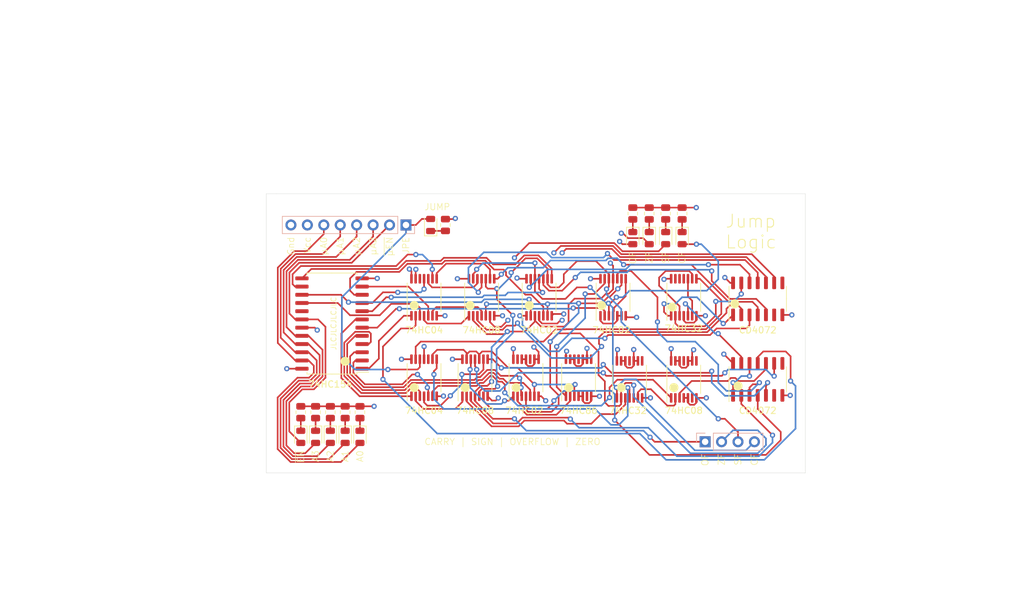
<source format=kicad_pcb>
(kicad_pcb (version 20171130) (host pcbnew "(5.1.10-1-10_14)")
  (layers (0 F.Cu signal) (1 In1.Cu signal) (2 In2.Cu signal) (31 B.Cu signal) (34 B.Paste user) (35 F.Paste user) (36 B.SilkS user) (37 F.SilkS user) (38 B.Mask user) (39 F.Mask user) (44 Edge.Cuts user))
  (net 0 "")
  (net 1 VCC)
  (net 2 GND)
  (net 3 "Net-(U7-Pad11)")
  (net 4 CARRY_FLAG)
  (net 5 SIGN_FLAG)
  (net 6 OVERFLOW_FLAG)
  (net 7 ZERO_FLAG)
  (net 8 "Net-(U1-Pad12)")
  (net 9 "Net-(U1-Pad10)")
  (net 10 "Net-(U1-Pad8)")
  (net 11 "Net-(U1-Pad6)")
  (net 12 "Net-(U1-Pad4)")
  (net 13 "Net-(U10-Pad1)")
  (net 14 "Net-(U11-Pad1)")
  (net 15 ~JNS)
  (net 16 ~JS)
  (net 17 ~JNO)
  (net 18 ~JO)
  (net 19 OR_JNS)
  (net 20 OR_JS)
  (net 21 OR_JNO)
  (net 22 OR_JO)
  (net 23 ~JNB_JAE_JNC)
  (net 24 ~JB_JNAE_JC)
  (net 25 ~JNE_JNZ)
  (net 26 ~JE_JZ)
  (net 27 OR_JNB_JAE_JNC)
  (net 28 OR_JNE_JNZ)
  (net 29 OR_JE_JZ)
  (net 30 OR_JB_JNAE_JC)
  (net 31 ~JG_JNLE)
  (net 32 ~JL_JNGE)
  (net 33 "Net-(U5-Pad4)")
  (net 34 ~JA_JNBE)
  (net 35 ~JBE_JNA)
  (net 36 "Net-(U6-Pad6)")
  (net 37 OR_JL_JNGE)
  (net 38 OR_JA_JNBE)
  (net 39 "Net-(U8-Pad11)")
  (net 40 "Net-(U8-Pad8)")
  (net 41 SF=OF)
  (net 42 ~JLE_JNG)
  (net 43 ~JGE_JNL)
  (net 44 OR_JLE_JNG)
  (net 45 OR_JGE_JNL)
  (net 46 OR_JBE_JNA)
  (net 47 OR_JG_JNLE)
  (net 48 OR_JUMP)
  (net 49 ~J)
  (net 50 "Net-(U12-Pad11)")
  (net 51 "Net-(U12-Pad10)")
  (net 52 "Net-(U14-Pad1)")
  (net 53 "Net-(D1-Pad1)")
  (net 54 "Net-(D2-Pad1)")
  (net 55 "Net-(D3-Pad1)")
  (net 56 "Net-(D4-Pad1)")
  (net 57 "Net-(D5-Pad1)")
  (net 58 "Net-(U4-Pad8)")
  (net 59 "Net-(U4-Pad4)")
  (net 60 "Net-(U4-Pad2)")
  (net 61 "Net-(U5-Pad13)")
  (net 62 "Net-(U5-Pad1)")
  (net 63 "Net-(U6-Pad12)")
  (net 64 "Net-(U6-Pad2)")
  (net 65 "Net-(U8-Pad6)")
  (net 66 "Net-(U9-Pad13)")
  (net 67 "Net-(U9-Pad10)")
  (net 68 "Net-(U10-Pad13)")
  (net 69 "Net-(U11-Pad13)")
  (net 70 "Net-(U12-Pad13)")
  (net 71 "Net-(U12-Pad12)")
  (net 72 "Net-(U12-Pad3)")
  (net 73 ADR0)
  (net 74 ADR1)
  (net 75 ADR2)
  (net 76 ADR3)
  (net 77 EN)
  (net 78 "Net-(U4-Pad10)")
  (net 79 "Net-(U7-Pad8)")
  (net 80 "Net-(U14-Pad2)")
  (net 81 "Net-(U13-Pad17)")
  (net 82 "Net-(U14-Pad11)")
  (net 83 "Net-(U14-Pad8)")
  (net 84 "Net-(U14-Pad6)")
  (net 85 LOAD_PROGRAM_COUNTER_COND)
  (net 86 "Net-(U12-Pad8)")
  (net 87 "Net-(D6-Pad1)")
  (net 88 "Net-(D7-Pad1)")
  (net 89 "Net-(D8-Pad1)")
  (net 90 "Net-(D9-Pad1)")
  (net 91 "Net-(D10-Pad1)")
  (module Resistor_SMD:R_0805_2012Metric (layer F.Cu) (at 112.268 111.76 90)
    (fp_text reference R10 hide)
    (fp_text value R_US)
    (pad 2 smd roundrect (at 0.9125 0 90) (size 1.025 1.4) (layers F.Cu F.Paste F.Mask) (roundrect_rratio 0.2439014634146341) (net 2 GND))
    (pad 1 smd roundrect (at -0.9125 0 90) (size 1.025 1.4) (layers F.Cu F.Paste F.Mask) (roundrect_rratio 0.2439014634146341) (net 91 "Net-(D10-Pad1)"))
  )
  (module Resistor_SMD:R_0805_2012Metric (layer F.Cu) (at 114.554 111.76 90)
    (fp_text reference R9 hide)
    (fp_text value R_US)
    (pad 2 smd roundrect (at 0.9125 0 90) (size 1.025 1.4) (layers F.Cu F.Paste F.Mask) (roundrect_rratio 0.2439014634146341) (net 2 GND))
    (pad 1 smd roundrect (at -0.9125 0 90) (size 1.025 1.4) (layers F.Cu F.Paste F.Mask) (roundrect_rratio 0.2439014634146341) (net 90 "Net-(D9-Pad1)"))
  )
  (module Resistor_SMD:R_0805_2012Metric (layer F.Cu) (at 116.84 111.76 90)
    (fp_text reference R8 hide)
    (fp_text value R_US)
    (pad 2 smd roundrect (at 0.9125 0 90) (size 1.025 1.4) (layers F.Cu F.Paste F.Mask) (roundrect_rratio 0.2439014634146341) (net 2 GND))
    (pad 1 smd roundrect (at -0.9125 0 90) (size 1.025 1.4) (layers F.Cu F.Paste F.Mask) (roundrect_rratio 0.2439014634146341) (net 89 "Net-(D8-Pad1)"))
  )
  (module Resistor_SMD:R_0805_2012Metric (layer F.Cu) (at 119.126 111.76 90)
    (fp_text reference R7 hide)
    (fp_text value R_US)
    (pad 2 smd roundrect (at 0.9125 0 90) (size 1.025 1.4) (layers F.Cu F.Paste F.Mask) (roundrect_rratio 0.2439014634146341) (net 2 GND))
    (pad 1 smd roundrect (at -0.9125 0 90) (size 1.025 1.4) (layers F.Cu F.Paste F.Mask) (roundrect_rratio 0.2439014634146341) (net 88 "Net-(D7-Pad1)"))
  )
  (module Resistor_SMD:R_0805_2012Metric (layer F.Cu) (at 121.412 111.76 90)
    (fp_text reference R6 hide)
    (fp_text value R_US)
    (pad 2 smd roundrect (at 0.9125 0 90) (size 1.025 1.4) (layers F.Cu F.Paste F.Mask) (roundrect_rratio 0.2439014634146341) (net 2 GND))
    (pad 1 smd roundrect (at -0.9125 0 90) (size 1.025 1.4) (layers F.Cu F.Paste F.Mask) (roundrect_rratio 0.2439014634146341) (net 87 "Net-(D6-Pad1)"))
  )
  (module LED_SMD:LED_0805_2012Metric (layer F.Cu) (at 112.268 115.57 270)
    (fp_text reference D10 hide)
    (fp_text value LED)
    (pad 2 smd roundrect (at 0.9375 0 270) (size 0.975 1.4) (layers F.Cu F.Paste F.Mask) (net 77 EN))
    (pad 1 smd roundrect (at -0.9375 0 270) (size 0.975 1.4) (layers F.Cu F.Paste F.Mask) (net 91 "Net-(D10-Pad1)"))
  )
  (module LED_SMD:LED_0805_2012Metric (layer F.Cu) (at 114.554 115.57 270)
    (fp_text reference D9 hide)
    (fp_text value LED)
    (pad 2 smd roundrect (at 0.9375 0 270) (size 0.975 1.4) (layers F.Cu F.Paste F.Mask) (net 76 ADR3))
    (pad 1 smd roundrect (at -0.9375 0 270) (size 0.975 1.4) (layers F.Cu F.Paste F.Mask) (net 90 "Net-(D9-Pad1)"))
  )
  (module LED_SMD:LED_0805_2012Metric (layer F.Cu) (at 116.84 115.57 270)
    (fp_text reference D8 hide)
    (fp_text value LED)
    (pad 2 smd roundrect (at 0.9375 0 270) (size 0.975 1.4) (layers F.Cu F.Paste F.Mask) (net 75 ADR2))
    (pad 1 smd roundrect (at -0.9375 0 270) (size 0.975 1.4) (layers F.Cu F.Paste F.Mask) (net 89 "Net-(D8-Pad1)"))
  )
  (module LED_SMD:LED_0805_2012Metric (layer F.Cu) (at 119.126 115.57 270)
    (fp_text reference D7 hide)
    (fp_text value LED)
    (pad 2 smd roundrect (at 0.9375 0 270) (size 0.975 1.4) (layers F.Cu F.Paste F.Mask) (net 74 ADR1))
    (pad 1 smd roundrect (at -0.9375 0 270) (size 0.975 1.4) (layers F.Cu F.Paste F.Mask) (net 88 "Net-(D7-Pad1)"))
  )
  (module LED_SMD:LED_0805_2012Metric (layer F.Cu) (at 121.412 115.57 270)
    (fp_text reference D6 hide)
    (fp_text value LED)
    (pad 2 smd roundrect (at 0.9375 0 270) (size 0.975 1.4) (layers F.Cu F.Paste F.Mask) (net 73 ADR0))
    (pad 1 smd roundrect (at -0.9375 0 270) (size 0.975 1.4) (layers F.Cu F.Paste F.Mask) (net 87 "Net-(D6-Pad1)"))
  )
  (module Resistor_SMD:R_0805_2012Metric (layer F.Cu) (at 163.576 81.026 90)
    (fp_text reference R5 hide)
    (fp_text value R_US)
    (pad 2 smd roundrect (at 0.9125 0 90) (size 1.025 1.4) (layers F.Cu F.Paste F.Mask) (roundrect_rratio 0.2439014634146341) (net 2 GND))
    (pad 1 smd roundrect (at -0.9125 0 90) (size 1.025 1.4) (layers F.Cu F.Paste F.Mask) (roundrect_rratio 0.2439014634146341) (net 57 "Net-(D5-Pad1)"))
  )
  (module Resistor_SMD:R_0805_2012Metric (layer F.Cu) (at 166.116 81.026 90)
    (fp_text reference R4 hide)
    (fp_text value R_US)
    (pad 2 smd roundrect (at 0.9125 0 90) (size 1.025 1.4) (layers F.Cu F.Paste F.Mask) (roundrect_rratio 0.2439014634146341) (net 2 GND))
    (pad 1 smd roundrect (at -0.9125 0 90) (size 1.025 1.4) (layers F.Cu F.Paste F.Mask) (roundrect_rratio 0.2439014634146341) (net 56 "Net-(D4-Pad1)"))
  )
  (module Resistor_SMD:R_0805_2012Metric (layer F.Cu) (at 168.656 81.026 90)
    (fp_text reference R3 hide)
    (fp_text value R_US)
    (pad 2 smd roundrect (at 0.9125 0 90) (size 1.025 1.4) (layers F.Cu F.Paste F.Mask) (roundrect_rratio 0.2439014634146341) (net 2 GND))
    (pad 1 smd roundrect (at -0.9125 0 90) (size 1.025 1.4) (layers F.Cu F.Paste F.Mask) (roundrect_rratio 0.2439014634146341) (net 55 "Net-(D3-Pad1)"))
  )
  (module Resistor_SMD:R_0805_2012Metric (layer F.Cu) (at 171.196 81.026 90)
    (fp_text reference R2 hide)
    (fp_text value R_US)
    (pad 2 smd roundrect (at 0.9125 0 90) (size 1.025 1.4) (layers F.Cu F.Paste F.Mask) (roundrect_rratio 0.2439014634146341) (net 2 GND))
    (pad 1 smd roundrect (at -0.9125 0 90) (size 1.025 1.4) (layers F.Cu F.Paste F.Mask) (roundrect_rratio 0.2439014634146341) (net 54 "Net-(D2-Pad1)"))
  )
  (module Resistor_SMD:R_0805_2012Metric (layer F.Cu) (at 134.62 82.804 90)
    (fp_text reference R1 hide)
    (fp_text value R_US)
    (pad 2 smd roundrect (at 0.9125 0 90) (size 1.025 1.4) (layers F.Cu F.Paste F.Mask) (roundrect_rratio 0.2439014634146341) (net 2 GND))
    (pad 1 smd roundrect (at -0.9125 0 90) (size 1.025 1.4) (layers F.Cu F.Paste F.Mask) (roundrect_rratio 0.2439014634146341) (net 53 "Net-(D1-Pad1)"))
  )
  (module LED_SMD:LED_0805_2012Metric (layer F.Cu) (at 163.576 84.836 270)
    (fp_text reference D5 hide)
    (fp_text value LED)
    (pad 2 smd roundrect (at 0.9375 0 270) (size 0.975 1.4) (layers F.Cu F.Paste F.Mask) (net 6 OVERFLOW_FLAG))
    (pad 1 smd roundrect (at -0.9375 0 270) (size 0.975 1.4) (layers F.Cu F.Paste F.Mask) (net 57 "Net-(D5-Pad1)"))
  )
  (module LED_SMD:LED_0805_2012Metric (layer F.Cu) (at 166.116 84.836 270)
    (fp_text reference D4 hide)
    (fp_text value LED)
    (pad 2 smd roundrect (at 0.9375 0 270) (size 0.975 1.4) (layers F.Cu F.Paste F.Mask) (net 7 ZERO_FLAG))
    (pad 1 smd roundrect (at -0.9375 0 270) (size 0.975 1.4) (layers F.Cu F.Paste F.Mask) (net 56 "Net-(D4-Pad1)"))
  )
  (module LED_SMD:LED_0805_2012Metric (layer F.Cu) (at 168.656 84.836 270)
    (fp_text reference D3 hide)
    (fp_text value LED)
    (pad 2 smd roundrect (at 0.9375 0 270) (size 0.975 1.4) (layers F.Cu F.Paste F.Mask) (net 5 SIGN_FLAG))
    (pad 1 smd roundrect (at -0.9375 0 270) (size 0.975 1.4) (layers F.Cu F.Paste F.Mask) (net 55 "Net-(D3-Pad1)"))
  )
  (module LED_SMD:LED_0805_2012Metric (layer F.Cu) (at 171.196 84.836 270)
    (fp_text reference D2 hide)
    (fp_text value LED)
    (pad 2 smd roundrect (at 0.9375 0 270) (size 0.975 1.4) (layers F.Cu F.Paste F.Mask) (net 4 CARRY_FLAG))
    (pad 1 smd roundrect (at -0.9375 0 270) (size 0.975 1.4) (layers F.Cu F.Paste F.Mask) (net 54 "Net-(D2-Pad1)"))
  )
  (module LED_SMD:LED_0805_2012Metric (layer F.Cu) (at 132.334 82.804 90)
    (fp_text reference D1 hide)
    (fp_text value LED)
    (pad 2 smd roundrect (at 0.9375 0 90) (size 0.975 1.4) (layers F.Cu F.Paste F.Mask) (net 85 LOAD_PROGRAM_COUNTER_COND))
    (pad 1 smd roundrect (at -0.9375 0 90) (size 0.975 1.4) (layers F.Cu F.Paste F.Mask) (net 53 "Net-(D1-Pad1)"))
  )
  (module Package_SO:SOIC-14_3.9x8.7mm_P1.27mm (layer F.Cu) (at 182.88 106.68 90)
    (fp_text reference U11 hide)
    (fp_text value CD4072 (at -4.826 0 180) (layer F.SilkS))
    (pad 14 smd roundrect (at 2.475 -3.81 90) (size 1.95 0.6) (layers F.Cu F.Paste F.Mask) (net 1 VCC))
    (pad 13 smd roundrect (at 2.475 -2.54 90) (size 1.95 0.6) (layers F.Cu F.Paste F.Mask) (net 69 "Net-(U11-Pad13)"))
    (pad 12 smd roundrect (at 2.475 -1.27 90) (size 1.95 0.6) (layers F.Cu F.Paste F.Mask) (net 14 "Net-(U11-Pad1)"))
    (pad 11 smd roundrect (at 2.475 0 90) (size 1.95 0.6) (layers F.Cu F.Paste F.Mask) (net 48 OR_JUMP))
    (pad 10 smd roundrect (at 2.475 1.27 90) (size 1.95 0.6) (layers F.Cu F.Paste F.Mask) (net 44 OR_JLE_JNG))
    (pad 9 smd roundrect (at 2.475 2.54 90) (size 1.95 0.6) (layers F.Cu F.Paste F.Mask) (net 47 OR_JG_JNLE))
    (pad 8 smd roundrect (at 2.475 3.81 90) (size 1.95 0.6) (layers F.Cu F.Paste F.Mask))
    (pad 7 smd roundrect (at -2.475 3.81 90) (size 1.95 0.6) (layers F.Cu F.Paste F.Mask) (net 2 GND))
    (pad 6 smd roundrect (at -2.475 2.54 90) (size 1.95 0.6) (layers F.Cu F.Paste F.Mask))
    (pad 5 smd roundrect (at -2.475 1.27 90) (size 1.95 0.6) (layers F.Cu F.Paste F.Mask) (net 45 OR_JGE_JNL))
    (pad 4 smd roundrect (at -2.475 0 90) (size 1.95 0.6) (layers F.Cu F.Paste F.Mask) (net 37 OR_JL_JNGE))
    (pad 3 smd roundrect (at -2.475 -1.27 90) (size 1.95 0.6) (layers F.Cu F.Paste F.Mask) (net 38 OR_JA_JNBE))
    (pad 2 smd roundrect (at -2.475 -2.54 90) (size 1.95 0.6) (layers F.Cu F.Paste F.Mask) (net 46 OR_JBE_JNA))
    (pad 1 smd roundrect (at -2.475 -3.81 90) (size 1.95 0.6) (layers F.Cu F.Paste F.Mask) (net 14 "Net-(U11-Pad1)"))
  )
  (module Package_SO:SOIC-14_3.9x8.7mm_P1.27mm (layer F.Cu) (at 182.88 94.234 90)
    (fp_text reference U10 hide)
    (fp_text value CD4072 (at -4.826 0 180) (layer F.SilkS))
    (pad 14 smd roundrect (at 2.475 -3.81 90) (size 1.95 0.6) (layers F.Cu F.Paste F.Mask) (net 1 VCC))
    (pad 13 smd roundrect (at 2.475 -2.54 90) (size 1.95 0.6) (layers F.Cu F.Paste F.Mask) (net 68 "Net-(U10-Pad13)"))
    (pad 12 smd roundrect (at 2.475 -1.27 90) (size 1.95 0.6) (layers F.Cu F.Paste F.Mask) (net 27 OR_JNB_JAE_JNC))
    (pad 11 smd roundrect (at 2.475 0 90) (size 1.95 0.6) (layers F.Cu F.Paste F.Mask) (net 30 OR_JB_JNAE_JC))
    (pad 10 smd roundrect (at 2.475 1.27 90) (size 1.95 0.6) (layers F.Cu F.Paste F.Mask) (net 28 OR_JNE_JNZ))
    (pad 9 smd roundrect (at 2.475 2.54 90) (size 1.95 0.6) (layers F.Cu F.Paste F.Mask) (net 29 OR_JE_JZ))
    (pad 8 smd roundrect (at 2.475 3.81 90) (size 1.95 0.6) (layers F.Cu F.Paste F.Mask))
    (pad 7 smd roundrect (at -2.475 3.81 90) (size 1.95 0.6) (layers F.Cu F.Paste F.Mask) (net 2 GND))
    (pad 6 smd roundrect (at -2.475 2.54 90) (size 1.95 0.6) (layers F.Cu F.Paste F.Mask))
    (pad 5 smd roundrect (at -2.475 1.27 90) (size 1.95 0.6) (layers F.Cu F.Paste F.Mask) (net 19 OR_JNS))
    (pad 4 smd roundrect (at -2.475 0 90) (size 1.95 0.6) (layers F.Cu F.Paste F.Mask) (net 20 OR_JS))
    (pad 3 smd roundrect (at -2.475 -1.27 90) (size 1.95 0.6) (layers F.Cu F.Paste F.Mask) (net 21 OR_JNO))
    (pad 2 smd roundrect (at -2.475 -2.54 90) (size 1.95 0.6) (layers F.Cu F.Paste F.Mask) (net 22 OR_JO))
    (pad 1 smd roundrect (at -2.475 -3.81 90) (size 1.95 0.6) (layers F.Cu F.Paste F.Mask) (net 13 "Net-(U10-Pad1)"))
  )
  (module Connector_PinHeader_2.54mm:PinHeader_1x04_P2.54mm_Vertical (layer B.Cu) (at 174.752 116.332 270)
    (fp_text reference J4 hide)
    (fp_text value Conn_01x04)
    (pad 4 thru_hole oval (at 0 -7.62 270) (size 1.7 1.7) (drill 1) (layers *.Cu *.Mask) (net 4 CARRY_FLAG))
    (pad 3 thru_hole oval (at 0 -5.08 270) (size 1.7 1.7) (drill 1) (layers *.Cu *.Mask) (net 5 SIGN_FLAG))
    (pad 2 thru_hole oval (at 0 -2.54 270) (size 1.7 1.7) (drill 1) (layers *.Cu *.Mask) (net 7 ZERO_FLAG))
    (pad 1 thru_hole rect (at 0 0 270) (size 1.7 1.7) (drill 1) (layers *.Cu *.Mask) (net 6 OVERFLOW_FLAG))
  )
  (module Package_SO:TSSOP-14_4.4x5mm_P0.65mm (layer F.Cu) (at 139.192 106.426 90)
    (fp_text reference U6 hide)
    (fp_text value 74LS08)
    (fp_text user 74HC08 (at -5.08 0 180) (layer F.SilkS))
    (pad 1 smd roundrect (at -2.8625 -1.95 90) (size 1.475 0.4) (layers F.Cu F.Paste F.Mask) (net 60 "Net-(U4-Pad2)"))
    (pad 2 smd roundrect (at -2.8625 -1.3 90) (size 1.475 0.4) (layers F.Cu F.Paste F.Mask) (net 64 "Net-(U6-Pad2)"))
    (pad 3 smd roundrect (at -2.8625 -0.65 90) (size 1.475 0.4) (layers F.Cu F.Paste F.Mask) (net 46 OR_JBE_JNA))
    (pad 4 smd roundrect (at -2.8625 0 90) (size 1.475 0.4) (layers F.Cu F.Paste F.Mask) (net 6 OVERFLOW_FLAG))
    (pad 5 smd roundrect (at -2.8625 0.65 90) (size 1.475 0.4) (layers F.Cu F.Paste F.Mask) (net 5 SIGN_FLAG))
    (pad 6 smd roundrect (at -2.8625 1.3 90) (size 1.475 0.4) (layers F.Cu F.Paste F.Mask) (net 36 "Net-(U6-Pad6)"))
    (pad 7 smd roundrect (at -2.8625 1.95 90) (size 1.475 0.4) (layers F.Cu F.Paste F.Mask) (net 2 GND))
    (pad 8 smd roundrect (at 2.8625 1.95 90) (size 1.475 0.4) (layers F.Cu F.Paste F.Mask) (net 45 OR_JGE_JNL))
    (pad 9 smd roundrect (at 2.8625 1.3 90) (size 1.475 0.4) (layers F.Cu F.Paste F.Mask) (net 59 "Net-(U4-Pad4)"))
    (pad 10 smd roundrect (at 2.8625 0.65 90) (size 1.475 0.4) (layers F.Cu F.Paste F.Mask) (net 41 SF=OF))
    (pad 11 smd roundrect (at 2.8625 0 90) (size 1.475 0.4) (layers F.Cu F.Paste F.Mask) (net 47 OR_JG_JNLE))
    (pad 12 smd roundrect (at 2.8625 -0.65 90) (size 1.475 0.4) (layers F.Cu F.Paste F.Mask) (net 63 "Net-(U6-Pad12)"))
    (pad 13 smd roundrect (at 2.8625 -1.3 90) (size 1.475 0.4) (layers F.Cu F.Paste F.Mask) (net 41 SF=OF))
    (pad 14 smd roundrect (at 2.8625 -1.95 90) (size 1.475 0.4) (layers F.Cu F.Paste F.Mask) (net 1 VCC))
  )
  (module Package_SO:TSSOP-14_4.4x5mm_P0.65mm (layer F.Cu) (at 171.45 106.68 90)
    (fp_text reference U14 hide)
    (fp_text value 74LS08)
    (fp_text user 74HC08 (at -4.826 0 180) (layer F.SilkS))
    (pad 1 smd roundrect (at -2.8625 -1.95 90) (size 1.475 0.4) (layers F.Cu F.Paste F.Mask) (net 52 "Net-(U14-Pad1)"))
    (pad 2 smd roundrect (at -2.8625 -1.3 90) (size 1.475 0.4) (layers F.Cu F.Paste F.Mask) (net 80 "Net-(U14-Pad2)"))
    (pad 3 smd roundrect (at -2.8625 -0.65 90) (size 1.475 0.4) (layers F.Cu F.Paste F.Mask) (net 44 OR_JLE_JNG))
    (pad 4 smd roundrect (at -2.8625 0 90) (size 1.475 0.4) (layers F.Cu F.Paste F.Mask) (net 2 GND))
    (pad 5 smd roundrect (at -2.8625 0.65 90) (size 1.475 0.4) (layers F.Cu F.Paste F.Mask) (net 2 GND))
    (pad 6 smd roundrect (at -2.8625 1.3 90) (size 1.475 0.4) (layers F.Cu F.Paste F.Mask) (net 84 "Net-(U14-Pad6)"))
    (pad 7 smd roundrect (at -2.8625 1.95 90) (size 1.475 0.4) (layers F.Cu F.Paste F.Mask) (net 2 GND))
    (pad 8 smd roundrect (at 2.8625 1.95 90) (size 1.475 0.4) (layers F.Cu F.Paste F.Mask) (net 83 "Net-(U14-Pad8)"))
    (pad 9 smd roundrect (at 2.8625 1.3 90) (size 1.475 0.4) (layers F.Cu F.Paste F.Mask) (net 2 GND))
    (pad 10 smd roundrect (at 2.8625 0.65 90) (size 1.475 0.4) (layers F.Cu F.Paste F.Mask) (net 2 GND))
    (pad 11 smd roundrect (at 2.8625 0 90) (size 1.475 0.4) (layers F.Cu F.Paste F.Mask) (net 82 "Net-(U14-Pad11)"))
    (pad 12 smd roundrect (at 2.8625 -0.65 90) (size 1.475 0.4) (layers F.Cu F.Paste F.Mask) (net 2 GND))
    (pad 13 smd roundrect (at 2.8625 -1.3 90) (size 1.475 0.4) (layers F.Cu F.Paste F.Mask) (net 2 GND))
    (pad 14 smd roundrect (at 2.8625 -1.95 90) (size 1.475 0.4) (layers F.Cu F.Paste F.Mask) (net 1 VCC))
  )
  (module Package_SO:TSSOP-14_4.4x5mm_P0.65mm (layer F.Cu) (at 171.45 93.98 90)
    (fp_text reference U12 hide)
    (fp_text value 74LS32)
    (fp_text user 74HC32 (at -4.826 0 180) (layer F.SilkS))
    (pad 1 smd roundrect (at -2.8625 -1.95 90) (size 1.475 0.4) (layers F.Cu F.Paste F.Mask) (net 13 "Net-(U10-Pad1)"))
    (pad 2 smd roundrect (at -2.8625 -1.3 90) (size 1.475 0.4) (layers F.Cu F.Paste F.Mask) (net 68 "Net-(U10-Pad13)"))
    (pad 3 smd roundrect (at -2.8625 -0.65 90) (size 1.475 0.4) (layers F.Cu F.Paste F.Mask) (net 72 "Net-(U12-Pad3)"))
    (pad 4 smd roundrect (at -2.8625 0 90) (size 1.475 0.4) (layers F.Cu F.Paste F.Mask) (net 2 GND))
    (pad 5 smd roundrect (at -2.8625 0.65 90) (size 1.475 0.4) (layers F.Cu F.Paste F.Mask) (net 69 "Net-(U11-Pad13)"))
    (pad 6 smd roundrect (at -2.8625 1.3 90) (size 1.475 0.4) (layers F.Cu F.Paste F.Mask) (net 51 "Net-(U12-Pad10)"))
    (pad 7 smd roundrect (at -2.8625 1.95 90) (size 1.475 0.4) (layers F.Cu F.Paste F.Mask) (net 2 GND))
    (pad 8 smd roundrect (at 2.8625 1.95 90) (size 1.475 0.4) (layers F.Cu F.Paste F.Mask) (net 86 "Net-(U12-Pad8)"))
    (pad 9 smd roundrect (at 2.8625 1.3 90) (size 1.475 0.4) (layers F.Cu F.Paste F.Mask) (net 72 "Net-(U12-Pad3)"))
    (pad 10 smd roundrect (at 2.8625 0.65 90) (size 1.475 0.4) (layers F.Cu F.Paste F.Mask) (net 51 "Net-(U12-Pad10)"))
    (pad 11 smd roundrect (at 2.8625 0 90) (size 1.475 0.4) (layers F.Cu F.Paste F.Mask) (net 50 "Net-(U12-Pad11)"))
    (pad 12 smd roundrect (at 2.8625 -0.65 90) (size 1.475 0.4) (layers F.Cu F.Paste F.Mask) (net 71 "Net-(U12-Pad12)"))
    (pad 13 smd roundrect (at 2.8625 -1.3 90) (size 1.475 0.4) (layers F.Cu F.Paste F.Mask) (net 70 "Net-(U12-Pad13)"))
    (pad 14 smd roundrect (at 2.8625 -1.95 90) (size 1.475 0.4) (layers F.Cu F.Paste F.Mask) (net 1 VCC))
  )
  (module Package_SO:TSSOP-14_4.4x5mm_P0.65mm (layer F.Cu) (at 147.066 106.426 90)
    (fp_text reference U9 hide)
    (fp_text value 74LS02)
    (fp_text user 74HC02 (at -5.08 -0.254 180) (layer F.SilkS))
    (pad 1 smd roundrect (at -2.8625 -1.95 90) (size 1.475 0.4) (layers F.Cu F.Paste F.Mask) (net 63 "Net-(U6-Pad12)"))
    (pad 2 smd roundrect (at -2.8625 -1.3 90) (size 1.475 0.4) (layers F.Cu F.Paste F.Mask) (net 7 ZERO_FLAG))
    (pad 3 smd roundrect (at -2.8625 -0.65 90) (size 1.475 0.4) (layers F.Cu F.Paste F.Mask) (net 31 ~JG_JNLE))
    (pad 4 smd roundrect (at -2.8625 0 90) (size 1.475 0.4) (layers F.Cu F.Paste F.Mask) (net 37 OR_JL_JNGE))
    (pad 5 smd roundrect (at -2.8625 0.65 90) (size 1.475 0.4) (layers F.Cu F.Paste F.Mask) (net 32 ~JL_JNGE))
    (pad 6 smd roundrect (at -2.8625 1.3 90) (size 1.475 0.4) (layers F.Cu F.Paste F.Mask) (net 41 SF=OF))
    (pad 7 smd roundrect (at -2.8625 1.95 90) (size 1.475 0.4) (layers F.Cu F.Paste F.Mask) (net 2 GND))
    (pad 8 smd roundrect (at 2.8625 1.95 90) (size 1.475 0.4) (layers F.Cu F.Paste F.Mask) (net 2 GND))
    (pad 9 smd roundrect (at 2.8625 1.3 90) (size 1.475 0.4) (layers F.Cu F.Paste F.Mask) (net 2 GND))
    (pad 10 smd roundrect (at 2.8625 0.65 90) (size 1.475 0.4) (layers F.Cu F.Paste F.Mask) (net 67 "Net-(U9-Pad10)"))
    (pad 11 smd roundrect (at 2.8625 0 90) (size 1.475 0.4) (layers F.Cu F.Paste F.Mask) (net 2 GND))
    (pad 12 smd roundrect (at 2.8625 -0.65 90) (size 1.475 0.4) (layers F.Cu F.Paste F.Mask) (net 2 GND))
    (pad 13 smd roundrect (at 2.8625 -1.3 90) (size 1.475 0.4) (layers F.Cu F.Paste F.Mask) (net 66 "Net-(U9-Pad13)"))
    (pad 14 smd roundrect (at 2.8625 -1.95 90) (size 1.475 0.4) (layers F.Cu F.Paste F.Mask) (net 1 VCC))
  )
  (module Package_SO:TSSOP-14_4.4x5mm_P0.65mm (layer F.Cu) (at 155.194 106.426 90)
    (fp_text reference U8 hide)
    (fp_text value 74LS86)
    (fp_text user 74HC86 (at -5.08 0 180) (layer F.SilkS))
    (pad 1 smd roundrect (at -2.8625 -1.95 90) (size 1.475 0.4) (layers F.Cu F.Paste F.Mask) (net 61 "Net-(U5-Pad13)"))
    (pad 2 smd roundrect (at -2.8625 -1.3 90) (size 1.475 0.4) (layers F.Cu F.Paste F.Mask) (net 36 "Net-(U6-Pad6)"))
    (pad 3 smd roundrect (at -2.8625 -0.65 90) (size 1.475 0.4) (layers F.Cu F.Paste F.Mask) (net 41 SF=OF))
    (pad 4 smd roundrect (at -2.8625 0 90) (size 1.475 0.4) (layers F.Cu F.Paste F.Mask) (net 2 GND))
    (pad 5 smd roundrect (at -2.8625 0.65 90) (size 1.475 0.4) (layers F.Cu F.Paste F.Mask) (net 2 GND))
    (pad 6 smd roundrect (at -2.8625 1.3 90) (size 1.475 0.4) (layers F.Cu F.Paste F.Mask) (net 65 "Net-(U8-Pad6)"))
    (pad 7 smd roundrect (at -2.8625 1.95 90) (size 1.475 0.4) (layers F.Cu F.Paste F.Mask) (net 2 GND))
    (pad 8 smd roundrect (at 2.8625 1.95 90) (size 1.475 0.4) (layers F.Cu F.Paste F.Mask) (net 40 "Net-(U8-Pad8)"))
    (pad 9 smd roundrect (at 2.8625 1.3 90) (size 1.475 0.4) (layers F.Cu F.Paste F.Mask) (net 2 GND))
    (pad 10 smd roundrect (at 2.8625 0.65 90) (size 1.475 0.4) (layers F.Cu F.Paste F.Mask) (net 2 GND))
    (pad 11 smd roundrect (at 2.8625 0 90) (size 1.475 0.4) (layers F.Cu F.Paste F.Mask) (net 39 "Net-(U8-Pad11)"))
    (pad 12 smd roundrect (at 2.8625 -0.65 90) (size 1.475 0.4) (layers F.Cu F.Paste F.Mask) (net 2 GND))
    (pad 13 smd roundrect (at 2.8625 -1.3 90) (size 1.475 0.4) (layers F.Cu F.Paste F.Mask) (net 2 GND))
    (pad 14 smd roundrect (at 2.8625 -1.95 90) (size 1.475 0.4) (layers F.Cu F.Paste F.Mask) (net 1 VCC))
  )
  (module Package_SO:TSSOP-14_4.4x5mm_P0.65mm (layer F.Cu) (at 163.068 106.68 90)
    (fp_text reference U7 hide)
    (fp_text value 74LS32)
    (fp_text user 74HC32 (at -4.826 -0.254 180) (layer F.SilkS))
    (pad 1 smd roundrect (at -2.8625 -1.95 90) (size 1.475 0.4) (layers F.Cu F.Paste F.Mask) (net 4 CARRY_FLAG))
    (pad 2 smd roundrect (at -2.8625 -1.3 90) (size 1.475 0.4) (layers F.Cu F.Paste F.Mask) (net 7 ZERO_FLAG))
    (pad 3 smd roundrect (at -2.8625 -0.65 90) (size 1.475 0.4) (layers F.Cu F.Paste F.Mask) (net 64 "Net-(U6-Pad2)"))
    (pad 4 smd roundrect (at -2.8625 0 90) (size 1.475 0.4) (layers F.Cu F.Paste F.Mask) (net 58 "Net-(U4-Pad8)"))
    (pad 5 smd roundrect (at -2.8625 0.65 90) (size 1.475 0.4) (layers F.Cu F.Paste F.Mask) (net 7 ZERO_FLAG))
    (pad 6 smd roundrect (at -2.8625 1.3 90) (size 1.475 0.4) (layers F.Cu F.Paste F.Mask) (net 80 "Net-(U14-Pad2)"))
    (pad 7 smd roundrect (at -2.8625 1.95 90) (size 1.475 0.4) (layers F.Cu F.Paste F.Mask) (net 2 GND))
    (pad 8 smd roundrect (at 2.8625 1.95 90) (size 1.475 0.4) (layers F.Cu F.Paste F.Mask) (net 79 "Net-(U7-Pad8)"))
    (pad 9 smd roundrect (at 2.8625 1.3 90) (size 1.475 0.4) (layers F.Cu F.Paste F.Mask) (net 2 GND))
    (pad 10 smd roundrect (at 2.8625 0.65 90) (size 1.475 0.4) (layers F.Cu F.Paste F.Mask) (net 2 GND))
    (pad 11 smd roundrect (at 2.8625 0 90) (size 1.475 0.4) (layers F.Cu F.Paste F.Mask) (net 3 "Net-(U7-Pad11)"))
    (pad 12 smd roundrect (at 2.8625 -0.65 90) (size 1.475 0.4) (layers F.Cu F.Paste F.Mask) (net 2 GND))
    (pad 13 smd roundrect (at 2.8625 -1.3 90) (size 1.475 0.4) (layers F.Cu F.Paste F.Mask) (net 2 GND))
    (pad 14 smd roundrect (at 2.8625 -1.95 90) (size 1.475 0.4) (layers F.Cu F.Paste F.Mask) (net 1 VCC))
  )
  (module Package_SO:TSSOP-14_4.4x5mm_P0.65mm (layer F.Cu) (at 160.528 93.98 90)
    (fp_text reference U5 hide)
    (fp_text value 74LS02)
    (fp_text user 74HC02 (at -5.08 -0.254 180) (layer F.SilkS))
    (pad 1 smd roundrect (at -2.8625 -1.95 90) (size 1.475 0.4) (layers F.Cu F.Paste F.Mask) (net 62 "Net-(U5-Pad1)"))
    (pad 2 smd roundrect (at -2.8625 -1.3 90) (size 1.475 0.4) (layers F.Cu F.Paste F.Mask) (net 34 ~JA_JNBE))
    (pad 3 smd roundrect (at -2.8625 -0.65 90) (size 1.475 0.4) (layers F.Cu F.Paste F.Mask) (net 4 CARRY_FLAG))
    (pad 4 smd roundrect (at -2.8625 0 90) (size 1.475 0.4) (layers F.Cu F.Paste F.Mask) (net 33 "Net-(U5-Pad4)"))
    (pad 5 smd roundrect (at -2.8625 0.65 90) (size 1.475 0.4) (layers F.Cu F.Paste F.Mask) (net 62 "Net-(U5-Pad1)"))
    (pad 6 smd roundrect (at -2.8625 1.3 90) (size 1.475 0.4) (layers F.Cu F.Paste F.Mask) (net 62 "Net-(U5-Pad1)"))
    (pad 7 smd roundrect (at -2.8625 1.95 90) (size 1.475 0.4) (layers F.Cu F.Paste F.Mask) (net 2 GND))
    (pad 8 smd roundrect (at 2.8625 1.95 90) (size 1.475 0.4) (layers F.Cu F.Paste F.Mask) (net 33 "Net-(U5-Pad4)"))
    (pad 9 smd roundrect (at 2.8625 1.3 90) (size 1.475 0.4) (layers F.Cu F.Paste F.Mask) (net 7 ZERO_FLAG))
    (pad 10 smd roundrect (at 2.8625 0.65 90) (size 1.475 0.4) (layers F.Cu F.Paste F.Mask) (net 38 OR_JA_JNBE))
    (pad 11 smd roundrect (at 2.8625 0 90) (size 1.475 0.4) (layers F.Cu F.Paste F.Mask) (net 6 OVERFLOW_FLAG))
    (pad 12 smd roundrect (at 2.8625 -0.65 90) (size 1.475 0.4) (layers F.Cu F.Paste F.Mask) (net 5 SIGN_FLAG))
    (pad 13 smd roundrect (at 2.8625 -1.3 90) (size 1.475 0.4) (layers F.Cu F.Paste F.Mask) (net 61 "Net-(U5-Pad13)"))
    (pad 14 smd roundrect (at 2.8625 -1.95 90) (size 1.475 0.4) (layers F.Cu F.Paste F.Mask) (net 1 VCC))
  )
  (module Package_SO:TSSOP-14_4.4x5mm_P0.65mm (layer F.Cu) (at 131.318 106.426 90)
    (fp_text reference U4 hide)
    (fp_text value 74LS04)
    (fp_text user 74HC04 (at -5.08 0 180) (layer F.SilkS))
    (pad 1 smd roundrect (at -2.8625 -1.95 90) (size 1.475 0.4) (layers F.Cu F.Paste F.Mask) (net 35 ~JBE_JNA))
    (pad 2 smd roundrect (at -2.8625 -1.3 90) (size 1.475 0.4) (layers F.Cu F.Paste F.Mask) (net 60 "Net-(U4-Pad2)"))
    (pad 3 smd roundrect (at -2.8625 -0.65 90) (size 1.475 0.4) (layers F.Cu F.Paste F.Mask) (net 43 ~JGE_JNL))
    (pad 4 smd roundrect (at -2.8625 0 90) (size 1.475 0.4) (layers F.Cu F.Paste F.Mask) (net 59 "Net-(U4-Pad4)"))
    (pad 5 smd roundrect (at -2.8625 0.65 90) (size 1.475 0.4) (layers F.Cu F.Paste F.Mask) (net 42 ~JLE_JNG))
    (pad 6 smd roundrect (at -2.8625 1.3 90) (size 1.475 0.4) (layers F.Cu F.Paste F.Mask) (net 52 "Net-(U14-Pad1)"))
    (pad 7 smd roundrect (at -2.8625 1.95 90) (size 1.475 0.4) (layers F.Cu F.Paste F.Mask) (net 2 GND))
    (pad 8 smd roundrect (at 2.8625 1.95 90) (size 1.475 0.4) (layers F.Cu F.Paste F.Mask) (net 58 "Net-(U4-Pad8)"))
    (pad 9 smd roundrect (at 2.8625 1.3 90) (size 1.475 0.4) (layers F.Cu F.Paste F.Mask) (net 41 SF=OF))
    (pad 10 smd roundrect (at 2.8625 0.65 90) (size 1.475 0.4) (layers F.Cu F.Paste F.Mask) (net 78 "Net-(U4-Pad10)"))
    (pad 11 smd roundrect (at 2.8625 0 90) (size 1.475 0.4) (layers F.Cu F.Paste F.Mask) (net 2 GND))
    (pad 12 smd roundrect (at 2.8625 -0.65 90) (size 1.475 0.4) (layers F.Cu F.Paste F.Mask) (net 85 LOAD_PROGRAM_COUNTER_COND))
    (pad 13 smd roundrect (at 2.8625 -1.3 90) (size 1.475 0.4) (layers F.Cu F.Paste F.Mask) (net 86 "Net-(U12-Pad8)"))
    (pad 14 smd roundrect (at 2.8625 -1.95 90) (size 1.475 0.4) (layers F.Cu F.Paste F.Mask) (net 1 VCC))
  )
  (module Package_SO:SOIC-24W_7.5x15.4mm_P1.27mm (layer F.Cu) (at 117.094 98.044 180)
    (fp_text reference U13 hide)
    (fp_text value 74LS154)
    (fp_text user 74HC154 (at 0.254 -9.398) (layer F.SilkS))
    (pad 24 smd roundrect (at 4.65 -6.985 180) (size 2.05 0.6) (layers F.Cu F.Paste F.Mask) (net 1 VCC))
    (pad 23 smd roundrect (at 4.65 -5.715 180) (size 2.05 0.6) (layers F.Cu F.Paste F.Mask) (net 73 ADR0))
    (pad 22 smd roundrect (at 4.65 -4.445 180) (size 2.05 0.6) (layers F.Cu F.Paste F.Mask) (net 74 ADR1))
    (pad 21 smd roundrect (at 4.65 -3.175 180) (size 2.05 0.6) (layers F.Cu F.Paste F.Mask) (net 75 ADR2))
    (pad 20 smd roundrect (at 4.65 -1.905 180) (size 2.05 0.6) (layers F.Cu F.Paste F.Mask) (net 76 ADR3))
    (pad 19 smd roundrect (at 4.65 -0.635 180) (size 2.05 0.6) (layers F.Cu F.Paste F.Mask) (net 2 GND))
    (pad 18 smd roundrect (at 4.65 0.635 180) (size 2.05 0.6) (layers F.Cu F.Paste F.Mask) (net 77 EN))
    (pad 17 smd roundrect (at 4.65 1.905 180) (size 2.05 0.6) (layers F.Cu F.Paste F.Mask) (net 81 "Net-(U13-Pad17)"))
    (pad 16 smd roundrect (at 4.65 3.175 180) (size 2.05 0.6) (layers F.Cu F.Paste F.Mask) (net 18 ~JO))
    (pad 15 smd roundrect (at 4.65 4.445 180) (size 2.05 0.6) (layers F.Cu F.Paste F.Mask) (net 17 ~JNO))
    (pad 14 smd roundrect (at 4.65 5.715 180) (size 2.05 0.6) (layers F.Cu F.Paste F.Mask) (net 16 ~JS))
    (pad 13 smd roundrect (at 4.65 6.985 180) (size 2.05 0.6) (layers F.Cu F.Paste F.Mask) (net 15 ~JNS))
    (pad 12 smd roundrect (at -4.65 6.985 180) (size 2.05 0.6) (layers F.Cu F.Paste F.Mask) (net 2 GND))
    (pad 11 smd roundrect (at -4.65 5.715 180) (size 2.05 0.6) (layers F.Cu F.Paste F.Mask) (net 26 ~JE_JZ))
    (pad 10 smd roundrect (at -4.65 4.445 180) (size 2.05 0.6) (layers F.Cu F.Paste F.Mask) (net 25 ~JNE_JNZ))
    (pad 9 smd roundrect (at -4.65 3.175 180) (size 2.05 0.6) (layers F.Cu F.Paste F.Mask) (net 24 ~JB_JNAE_JC))
    (pad 8 smd roundrect (at -4.65 1.905 180) (size 2.05 0.6) (layers F.Cu F.Paste F.Mask) (net 23 ~JNB_JAE_JNC))
    (pad 7 smd roundrect (at -4.65 0.635 180) (size 2.05 0.6) (layers F.Cu F.Paste F.Mask) (net 35 ~JBE_JNA))
    (pad 6 smd roundrect (at -4.65 -0.635 180) (size 2.05 0.6) (layers F.Cu F.Paste F.Mask) (net 34 ~JA_JNBE))
    (pad 5 smd roundrect (at -4.65 -1.905 180) (size 2.05 0.6) (layers F.Cu F.Paste F.Mask) (net 32 ~JL_JNGE))
    (pad 4 smd roundrect (at -4.65 -3.175 180) (size 2.05 0.6) (layers F.Cu F.Paste F.Mask) (net 43 ~JGE_JNL))
    (pad 3 smd roundrect (at -4.65 -4.445 180) (size 2.05 0.6) (layers F.Cu F.Paste F.Mask) (net 31 ~JG_JNLE))
    (pad 2 smd roundrect (at -4.65 -5.715 180) (size 2.05 0.6) (layers F.Cu F.Paste F.Mask) (net 42 ~JLE_JNG))
    (pad 1 smd roundrect (at -4.65 -6.985 180) (size 2.05 0.6) (layers F.Cu F.Paste F.Mask) (net 49 ~J))
  )
  (module Package_SO:TSSOP-14_4.4x5mm_P0.65mm (layer F.Cu) (at 140.208 93.98 90)
    (fp_text reference U3 hide)
    (fp_text value 74LS08)
    (fp_text user 74HC08 (at -5.08 0 180) (layer F.SilkS))
    (pad 14 smd roundrect (at 2.8625 -1.95 90) (size 1.475 0.4) (layers F.Cu F.Paste F.Mask) (net 1 VCC))
    (pad 13 smd roundrect (at 2.8625 -1.3 90) (size 1.475 0.4) (layers F.Cu F.Paste F.Mask) (net 4 CARRY_FLAG))
    (pad 12 smd roundrect (at 2.8625 -0.65 90) (size 1.475 0.4) (layers F.Cu F.Paste F.Mask) (net 9 "Net-(U1-Pad10)"))
    (pad 11 smd roundrect (at 2.8625 0 90) (size 1.475 0.4) (layers F.Cu F.Paste F.Mask) (net 30 OR_JB_JNAE_JC))
    (pad 10 smd roundrect (at 2.8625 0.65 90) (size 1.475 0.4) (layers F.Cu F.Paste F.Mask) (net 5 SIGN_FLAG))
    (pad 9 smd roundrect (at 2.8625 1.3 90) (size 1.475 0.4) (layers F.Cu F.Paste F.Mask) (net 10 "Net-(U1-Pad8)"))
    (pad 8 smd roundrect (at 2.8625 1.95 90) (size 1.475 0.4) (layers F.Cu F.Paste F.Mask) (net 20 OR_JS))
    (pad 7 smd roundrect (at -2.8625 1.95 90) (size 1.475 0.4) (layers F.Cu F.Paste F.Mask) (net 2 GND))
    (pad 6 smd roundrect (at -2.8625 1.3 90) (size 1.475 0.4) (layers F.Cu F.Paste F.Mask) (net 29 OR_JE_JZ))
    (pad 5 smd roundrect (at -2.8625 0.65 90) (size 1.475 0.4) (layers F.Cu F.Paste F.Mask) (net 7 ZERO_FLAG))
    (pad 4 smd roundrect (at -2.8625 0 90) (size 1.475 0.4) (layers F.Cu F.Paste F.Mask) (net 11 "Net-(U1-Pad6)"))
    (pad 3 smd roundrect (at -2.8625 -0.65 90) (size 1.475 0.4) (layers F.Cu F.Paste F.Mask) (net 22 OR_JO))
    (pad 2 smd roundrect (at -2.8625 -1.3 90) (size 1.475 0.4) (layers F.Cu F.Paste F.Mask) (net 6 OVERFLOW_FLAG))
    (pad 1 smd roundrect (at -2.8625 -1.95 90) (size 1.475 0.4) (layers F.Cu F.Paste F.Mask) (net 12 "Net-(U1-Pad4)"))
  )
  (module Package_SO:TSSOP-14_4.4x5mm_P0.65mm (layer F.Cu) (at 149.098 93.98 90)
    (fp_text reference U2 hide)
    (fp_text value 74LS02)
    (fp_text user 74HC02 (at -5.08 0 180) (layer F.SilkS))
    (pad 14 smd roundrect (at 2.8625 -1.95 90) (size 1.475 0.4) (layers F.Cu F.Paste F.Mask) (net 1 VCC))
    (pad 13 smd roundrect (at 2.8625 -1.3 90) (size 1.475 0.4) (layers F.Cu F.Paste F.Mask) (net 27 OR_JNB_JAE_JNC))
    (pad 12 smd roundrect (at 2.8625 -0.65 90) (size 1.475 0.4) (layers F.Cu F.Paste F.Mask) (net 4 CARRY_FLAG))
    (pad 11 smd roundrect (at 2.8625 0 90) (size 1.475 0.4) (layers F.Cu F.Paste F.Mask) (net 23 ~JNB_JAE_JNC))
    (pad 10 smd roundrect (at 2.8625 0.65 90) (size 1.475 0.4) (layers F.Cu F.Paste F.Mask) (net 19 OR_JNS))
    (pad 9 smd roundrect (at 2.8625 1.3 90) (size 1.475 0.4) (layers F.Cu F.Paste F.Mask) (net 5 SIGN_FLAG))
    (pad 8 smd roundrect (at 2.8625 1.95 90) (size 1.475 0.4) (layers F.Cu F.Paste F.Mask) (net 15 ~JNS))
    (pad 7 smd roundrect (at -2.8625 1.95 90) (size 1.475 0.4) (layers F.Cu F.Paste F.Mask) (net 2 GND))
    (pad 6 smd roundrect (at -2.8625 1.3 90) (size 1.475 0.4) (layers F.Cu F.Paste F.Mask) (net 7 ZERO_FLAG))
    (pad 5 smd roundrect (at -2.8625 0.65 90) (size 1.475 0.4) (layers F.Cu F.Paste F.Mask) (net 25 ~JNE_JNZ))
    (pad 4 smd roundrect (at -2.8625 0 90) (size 1.475 0.4) (layers F.Cu F.Paste F.Mask) (net 28 OR_JNE_JNZ))
    (pad 3 smd roundrect (at -2.8625 -0.65 90) (size 1.475 0.4) (layers F.Cu F.Paste F.Mask) (net 6 OVERFLOW_FLAG))
    (pad 2 smd roundrect (at -2.8625 -1.3 90) (size 1.475 0.4) (layers F.Cu F.Paste F.Mask) (net 17 ~JNO))
    (pad 1 smd roundrect (at -2.8625 -1.95 90) (size 1.475 0.4) (layers F.Cu F.Paste F.Mask) (net 21 OR_JNO))
  )
  (module Package_SO:TSSOP-14_4.4x5mm_P0.65mm (layer F.Cu) (at 131.318 93.98 90)
    (fp_text reference U1 hide)
    (fp_text value 74LS04)
    (fp_text user 74HC04 (at -5.08 0 180) (layer F.SilkS))
    (pad 14 smd roundrect (at 2.8625 -1.95 90) (size 1.475 0.4) (layers F.Cu F.Paste F.Mask) (net 1 VCC))
    (pad 13 smd roundrect (at 2.8625 -1.3 90) (size 1.475 0.4) (layers F.Cu F.Paste F.Mask) (net 2 GND))
    (pad 12 smd roundrect (at 2.8625 -0.65 90) (size 1.475 0.4) (layers F.Cu F.Paste F.Mask) (net 8 "Net-(U1-Pad12)"))
    (pad 11 smd roundrect (at 2.8625 0 90) (size 1.475 0.4) (layers F.Cu F.Paste F.Mask) (net 24 ~JB_JNAE_JC))
    (pad 10 smd roundrect (at 2.8625 0.65 90) (size 1.475 0.4) (layers F.Cu F.Paste F.Mask) (net 9 "Net-(U1-Pad10)"))
    (pad 9 smd roundrect (at 2.8625 1.3 90) (size 1.475 0.4) (layers F.Cu F.Paste F.Mask) (net 16 ~JS))
    (pad 8 smd roundrect (at 2.8625 1.95 90) (size 1.475 0.4) (layers F.Cu F.Paste F.Mask) (net 10 "Net-(U1-Pad8)"))
    (pad 7 smd roundrect (at -2.8625 1.95 90) (size 1.475 0.4) (layers F.Cu F.Paste F.Mask) (net 2 GND))
    (pad 6 smd roundrect (at -2.8625 1.3 90) (size 1.475 0.4) (layers F.Cu F.Paste F.Mask) (net 11 "Net-(U1-Pad6)"))
    (pad 5 smd roundrect (at -2.8625 0.65 90) (size 1.475 0.4) (layers F.Cu F.Paste F.Mask) (net 26 ~JE_JZ))
    (pad 4 smd roundrect (at -2.8625 0 90) (size 1.475 0.4) (layers F.Cu F.Paste F.Mask) (net 12 "Net-(U1-Pad4)"))
    (pad 3 smd roundrect (at -2.8625 -0.65 90) (size 1.475 0.4) (layers F.Cu F.Paste F.Mask) (net 18 ~JO))
    (pad 2 smd roundrect (at -2.8625 -1.3 90) (size 1.475 0.4) (layers F.Cu F.Paste F.Mask) (net 48 OR_JUMP))
    (pad 1 smd roundrect (at -2.8625 -1.95 90) (size 1.475 0.4) (layers F.Cu F.Paste F.Mask) (net 49 ~J))
  )
  (module Connector_PinHeader_2.54mm:PinHeader_1x08_P2.54mm_Vertical (layer B.Cu) (at 128.524 82.804 90)
    (fp_text reference J3 hide)
    (fp_text value Conn_01x08)
    (pad 8 thru_hole oval (at 0 -17.78 90) (size 1.7 1.7) (drill 1) (layers *.Cu *.Mask) (net 2 GND))
    (pad 7 thru_hole oval (at 0 -15.24 90) (size 1.7 1.7) (drill 1) (layers *.Cu *.Mask) (net 1 VCC))
    (pad 6 thru_hole oval (at 0 -12.7 90) (size 1.7 1.7) (drill 1) (layers *.Cu *.Mask) (net 73 ADR0))
    (pad 5 thru_hole oval (at 0 -10.16 90) (size 1.7 1.7) (drill 1) (layers *.Cu *.Mask) (net 74 ADR1))
    (pad 4 thru_hole oval (at 0 -7.62 90) (size 1.7 1.7) (drill 1) (layers *.Cu *.Mask) (net 75 ADR2))
    (pad 3 thru_hole oval (at 0 -5.08 90) (size 1.7 1.7) (drill 1) (layers *.Cu *.Mask) (net 76 ADR3))
    (pad 2 thru_hole oval (at 0 -2.54 90) (size 1.7 1.7) (drill 1) (layers *.Cu *.Mask) (net 77 EN))
    (pad 1 thru_hole rect (at 0 0 90) (size 1.7 1.7) (drill 1) (layers *.Cu *.Mask) (net 85 LOAD_PROGRAM_COUNTER_COND))
  )
  (gr_circle (center 129.794 95.25) (end 129.794 95.25) (layer F.SilkS) (width 0.7))
  (gr_circle (center 138.43 95.25) (end 138.43 95.25) (layer F.SilkS) (width 0.7))
  (gr_circle (center 147.574 95.25) (end 147.574 95.25) (layer F.SilkS) (width 0.7))
  (gr_circle (center 158.75 95.25) (end 158.75 95.25) (layer F.SilkS) (width 0.7))
  (gr_circle (center 169.672 95.504) (end 169.672 95.504) (layer F.SilkS) (width 0.7))
  (gr_circle (center 179.324 94.996) (end 179.324 94.996) (layer F.SilkS) (width 0.7))
  (gr_circle (center 179.832 107.696) (end 179.832 107.696) (layer F.SilkS) (width 0.7))
  (gr_circle (center 169.926 107.95) (end 169.926 107.95) (layer F.SilkS) (width 0.7))
  (gr_circle (center 161.798 107.95) (end 161.798 107.95) (layer F.SilkS) (width 0.7))
  (gr_circle (center 153.67 107.95) (end 153.67 107.95) (layer F.SilkS) (width 0.7))
  (gr_circle (center 145.542 107.95) (end 145.542 107.95) (layer F.SilkS) (width 0.7))
  (gr_circle (center 137.668 107.95) (end 137.668 107.95) (layer F.SilkS) (width 0.7))
  (gr_circle (center 129.794 107.95) (end 129.794 107.95) (layer F.SilkS) (width 0.7))
  (gr_circle (center 119.126 103.886) (end 119.126 103.886) (layer F.SilkS) (width 0.7))
  (gr_text OF (at 174.752 118.11 90) (layer F.SilkS) (effects (font (size 1 1) (thickness 0.1)) (justify right)))
  (gr_text ZF (at 177.292 118.11 90) (layer F.SilkS) (effects (font (size 1 1) (thickness 0.1)) (justify right)))
  (gr_text SF (at 179.832 118.11 90) (layer F.SilkS) (effects (font (size 1 1) (thickness 0.1)) (justify right)))
  (gr_text CF (at 182.372 118.11 90) (layer F.SilkS) (effects (font (size 1 1) (thickness 0.1)) (justify right)))
  (gr_text JPE (at 128.524 84.582 90) (layer F.SilkS) (effects (font (size 1 1) (thickness 0.1)) (justify right)))
  (gr_text ~µEN (at 125.984 84.582 90) (layer F.SilkS) (effects (font (size 1 1) (thickness 0.1)) (justify right)))
  (gr_text µA2 (at 123.444 84.582 90) (layer F.SilkS) (effects (font (size 1 1) (thickness 0.1)) (justify right)))
  (gr_text µA2 (at 120.904 84.582 90) (layer F.SilkS) (effects (font (size 1 1) (thickness 0.1)) (justify right)))
  (gr_text µA1 (at 118.364 84.582 90) (layer F.SilkS) (effects (font (size 1 1) (thickness 0.1)) (justify right)))
  (gr_text µA0 (at 115.824 84.582 90) (layer F.SilkS) (effects (font (size 1 1) (thickness 0.1)) (justify right)))
  (gr_text Vcc (at 113.284 84.582 90) (layer F.SilkS) (effects (font (size 1 1) (thickness 0.1)) (justify right)))
  (gr_text Gnd (at 110.744 84.582 90) (layer F.SilkS) (effects (font (size 1 1) (thickness 0.1)) (justify right)))
  (gr_line (start 190.246 120.142) (end 190.246 121.158) (layer Edge.Cuts) (width 0.05))
  (gr_line (start 106.934 120.142) (end 106.934 121.158) (layer Edge.Cuts) (width 0.05))
  (gr_text ~EN (at 112.268 117.602 90) (layer F.SilkS) (effects (font (size 1 1) (thickness 0.1)) (justify right)))
  (gr_text A3 (at 114.554 117.602 90) (layer F.SilkS) (effects (font (size 1 1) (thickness 0.1)) (justify right)))
  (gr_text A2 (at 116.84 117.602 90) (layer F.SilkS) (effects (font (size 1 1) (thickness 0.1)) (justify right)))
  (gr_text A1 (at 119.126 117.602 90) (layer F.SilkS) (effects (font (size 1 1) (thickness 0.1)) (justify right)))
  (gr_text A0 (at 121.412 117.602 90) (layer F.SilkS) (effects (font (size 1 1) (thickness 0.1)) (justify right)))
  (gr_text OF (at 163.576 86.868 90) (layer F.SilkS) (effects (font (size 1 1) (thickness 0.1)) (justify right)))
  (gr_text ZF (at 166.116 86.868 90) (layer F.SilkS) (effects (font (size 1 1) (thickness 0.1)) (justify right)))
  (gr_text SF (at 168.656 86.868 90) (layer F.SilkS) (effects (font (size 1 1) (thickness 0.1)) (justify right)))
  (gr_text CF (at 171.196 86.868 90) (layer F.SilkS) (effects (font (size 1 1) (thickness 0.1)) (justify right)))
  (gr_text JUMP (at 131.318 80.01) (layer F.SilkS) (effects (font (size 1 1) (thickness 0.1)) (justify left)))
  (gr_line (start 106.934 77.978) (end 108.458 77.978) (layer Edge.Cuts) (width 0.05))
  (gr_line (start 106.934 120.142) (end 106.934 77.978) (layer Edge.Cuts) (width 0.05))
  (gr_line (start 190.246 121.158) (end 106.934 121.158) (layer Edge.Cuts) (width 0.05))
  (gr_line (start 190.246 77.978) (end 190.246 120.142) (layer Edge.Cuts) (width 0.05))
  (gr_line (start 108.458 77.978) (end 190.246 77.978) (layer Edge.Cuts) (width 0.05))
  (gr_text "CARRY | SIGN | OVERFLOW | ZERO" (at 131.318 116.332) (layer F.SilkS) (effects (font (size 1 1) (thickness 0.1)) (justify left)))
  (gr_text JLCJLCJLCJLC (at 117.348 98.044 90) (layer F.SilkS) (effects (font (size 0.8 0.8) (thickness 0.1))))
  (gr_text "Jump\nLogic" (at 177.8 83.82) (layer F.SilkS) (effects (font (size 2 2)) (justify left)))
  (segment (start 112.444 105.029) (end 110.109 105.029) (width 0.25) (layer F.Cu) (net 1))
  (via (at 110.109 105.029) (size 0.8) (drill 0.4) (layers F.Cu B.Cu) (net 1))
  (segment (start 129.368 89.945471) (end 129.048633 89.626104) (width 0.25) (layer F.Cu) (net 1))
  (via (at 129.048633 89.626104) (size 0.8) (drill 0.4) (layers F.Cu B.Cu) (net 1))
  (segment (start 129.368 91.1175) (end 129.368 89.945471) (width 0.25) (layer F.Cu) (net 1))
  (segment (start 138.258 91.1175) (end 136.4665 91.1175) (width 0.25) (layer F.Cu) (net 1))
  (via (at 136.4665 91.1175) (size 0.8) (drill 0.4) (layers F.Cu B.Cu) (net 1))
  (via (at 145.677521 91.009202) (size 0.8) (drill 0.4) (layers F.Cu B.Cu) (net 1))
  (segment (start 147.148 91.1175) (end 145.785819 91.1175) (width 0.25) (layer F.Cu) (net 1))
  (segment (start 145.785819 91.1175) (end 145.677521 91.009202) (width 0.25) (layer F.Cu) (net 1))
  (segment (start 129.368 103.5635) (end 127.8305 103.5635) (width 0.25) (layer F.Cu) (net 1))
  (via (at 127.8305 103.5635) (size 0.8) (drill 0.4) (layers F.Cu B.Cu) (net 1))
  (segment (start 137.242 103.5635) (end 135.7045 103.5635) (width 0.25) (layer F.Cu) (net 1))
  (via (at 135.7045 103.5635) (size 0.8) (drill 0.4) (layers F.Cu B.Cu) (net 1))
  (segment (start 158.578 91.1175) (end 157.0405 91.1175) (width 0.25) (layer F.Cu) (net 1))
  (via (at 157.0405 91.1175) (size 0.8) (drill 0.4) (layers F.Cu B.Cu) (net 1))
  (segment (start 145.116 103.5635) (end 145.116 101.936) (width 0.25) (layer F.Cu) (net 1))
  (via (at 145.116 101.936) (size 0.8) (drill 0.4) (layers F.Cu B.Cu) (net 1))
  (segment (start 169.5 103.8175) (end 169.5 101.936) (width 0.25) (layer F.Cu) (net 1))
  (via (at 169.5 101.936) (size 0.8) (drill 0.4) (layers F.Cu B.Cu) (net 1))
  (via (at 168.393712 91.203607) (size 0.8) (drill 0.4) (layers F.Cu B.Cu) (net 1))
  (segment (start 169.5 91.1175) (end 168.479819 91.1175) (width 0.25) (layer F.Cu) (net 1))
  (segment (start 168.479819 91.1175) (end 168.393712 91.203607) (width 0.25) (layer F.Cu) (net 1))
  (segment (start 179.07 91.759) (end 178.627 91.759) (width 0.25) (layer F.Cu) (net 1))
  (via (at 177.8 90.932) (size 0.8) (drill 0.4) (layers F.Cu B.Cu) (net 1))
  (segment (start 178.627 91.759) (end 177.8 90.932) (width 0.25) (layer F.Cu) (net 1))
  (segment (start 177.546 102.681) (end 177.6405 102.7755) (width 0.25) (layer F.Cu) (net 1))
  (via (at 177.6405 102.7755) (size 0.8) (drill 0.4) (layers F.Cu B.Cu) (net 1))
  (segment (start 179.07 104.205) (end 177.6405 102.7755) (width 0.25) (layer F.Cu) (net 1))
  (segment (start 161.118 102.169021) (end 161.216011 102.07101) (width 0.25) (layer F.Cu) (net 1))
  (segment (start 161.118 103.8175) (end 161.118 102.169021) (width 0.25) (layer F.Cu) (net 1))
  (via (at 161.216011 102.07101) (size 0.8) (drill 0.4) (layers F.Cu B.Cu) (net 1))
  (segment (start 153.244 102.420135) (end 153.339125 102.32501) (width 0.25) (layer F.Cu) (net 1))
  (via (at 153.339125 102.32501) (size 0.8) (drill 0.4) (layers F.Cu B.Cu) (net 1))
  (segment (start 153.244 103.5635) (end 153.244 102.420135) (width 0.25) (layer F.Cu) (net 1))
  (segment (start 121.744 91.059) (end 124.079 91.059) (width 0.25) (layer F.Cu) (net 2))
  (via (at 124.079 91.059) (size 0.8) (drill 0.4) (layers F.Cu B.Cu) (net 2))
  (segment (start 130.018 91.1175) (end 130.018 89.946) (width 0.25) (layer F.Cu) (net 2))
  (via (at 130.048 89.662) (size 0.8) (drill 0.4) (layers F.Cu B.Cu) (net 2))
  (segment (start 130.018 89.946) (end 130.048 89.916) (width 0.25) (layer F.Cu) (net 2))
  (segment (start 130.048 89.916) (end 130.048 89.662) (width 0.25) (layer F.Cu) (net 2))
  (segment (start 133.268 96.8425) (end 134.5515 96.8425) (width 0.25) (layer F.Cu) (net 2))
  (via (at 134.5515 96.8425) (size 0.8) (drill 0.4) (layers F.Cu B.Cu) (net 2))
  (segment (start 142.158 96.8425) (end 143.4415 96.8425) (width 0.25) (layer F.Cu) (net 2))
  (via (at 143.4415 96.8425) (size 0.8) (drill 0.4) (layers F.Cu B.Cu) (net 2))
  (segment (start 131.318 103.5635) (end 131.318 101.6) (width 0.25) (layer F.Cu) (net 2))
  (via (at 131.318 101.6) (size 0.8) (drill 0.4) (layers F.Cu B.Cu) (net 2))
  (segment (start 149.016 103.5635) (end 148.366 103.5635) (width 0.25) (layer F.Cu) (net 2))
  (segment (start 147.066 104.301) (end 147.066 103.5635) (width 0.25) (layer F.Cu) (net 2))
  (segment (start 147.39101 104.62601) (end 147.066 104.301) (width 0.25) (layer F.Cu) (net 2))
  (segment (start 148.04099 104.62601) (end 147.39101 104.62601) (width 0.25) (layer F.Cu) (net 2))
  (segment (start 148.366 104.301) (end 148.04099 104.62601) (width 0.25) (layer F.Cu) (net 2))
  (segment (start 148.366 103.5635) (end 148.366 104.301) (width 0.25) (layer F.Cu) (net 2))
  (segment (start 146.416 103.5635) (end 147.066 103.5635) (width 0.25) (layer F.Cu) (net 2))
  (segment (start 153.894 103.5635) (end 154.3635 103.5635) (width 0.25) (layer F.Cu) (net 2))
  (segment (start 154.3635 103.5635) (end 154.544 103.5635) (width 0.25) (layer F.Cu) (net 2))
  (segment (start 155.844 104.301) (end 155.844 103.5635) (width 0.25) (layer F.Cu) (net 2))
  (segment (start 155.51899 104.62601) (end 155.844 104.301) (width 0.25) (layer F.Cu) (net 2))
  (segment (start 154.544 104.301) (end 154.86901 104.62601) (width 0.25) (layer F.Cu) (net 2))
  (segment (start 154.86901 104.62601) (end 155.51899 104.62601) (width 0.25) (layer F.Cu) (net 2))
  (segment (start 154.544 103.5635) (end 154.544 104.301) (width 0.25) (layer F.Cu) (net 2))
  (segment (start 156.494 103.5635) (end 155.844 103.5635) (width 0.25) (layer F.Cu) (net 2))
  (segment (start 156.494 103.5635) (end 156.494 101.884) (width 0.25) (layer F.Cu) (net 2))
  (via (at 156.494 101.884) (size 0.8) (drill 0.4) (layers F.Cu B.Cu) (net 2))
  (segment (start 149.016 109.2885) (end 149.4205 109.2885) (width 0.25) (layer F.Cu) (net 2))
  (via (at 150.114 109.982) (size 0.8) (drill 0.4) (layers F.Cu B.Cu) (net 2))
  (segment (start 149.4205 109.2885) (end 150.114 109.982) (width 0.25) (layer F.Cu) (net 2))
  (segment (start 155.194 109.2885) (end 155.844 109.2885) (width 0.25) (layer F.Cu) (net 2))
  (segment (start 157.144 110.026) (end 157.144 109.2885) (width 0.25) (layer F.Cu) (net 2))
  (segment (start 156.81899 110.35101) (end 157.144 110.026) (width 0.25) (layer F.Cu) (net 2))
  (segment (start 156.16901 110.35101) (end 156.81899 110.35101) (width 0.25) (layer F.Cu) (net 2))
  (segment (start 155.844 110.026) (end 156.16901 110.35101) (width 0.25) (layer F.Cu) (net 2))
  (segment (start 155.844 109.2885) (end 155.844 110.026) (width 0.25) (layer F.Cu) (net 2))
  (segment (start 157.144 109.2885) (end 158.4275 109.2885) (width 0.25) (layer F.Cu) (net 2))
  (via (at 158.4275 109.2885) (size 0.8) (drill 0.4) (layers F.Cu B.Cu) (net 2))
  (segment (start 161.768 103.8175) (end 162.418 103.8175) (width 0.25) (layer F.Cu) (net 2))
  (segment (start 164.368 103.8175) (end 163.718 103.8175) (width 0.25) (layer F.Cu) (net 2))
  (segment (start 162.74301 104.88001) (end 162.418 104.555) (width 0.25) (layer F.Cu) (net 2))
  (segment (start 163.39299 104.88001) (end 162.74301 104.88001) (width 0.25) (layer F.Cu) (net 2))
  (segment (start 162.418 104.555) (end 162.418 103.8175) (width 0.25) (layer F.Cu) (net 2))
  (segment (start 163.718 104.555) (end 163.39299 104.88001) (width 0.25) (layer F.Cu) (net 2))
  (segment (start 163.718 103.8175) (end 163.718 104.555) (width 0.25) (layer F.Cu) (net 2))
  (segment (start 165.018 109.5425) (end 166.3015 109.5425) (width 0.25) (layer F.Cu) (net 2))
  (via (at 166.3015 109.5425) (size 0.8) (drill 0.4) (layers F.Cu B.Cu) (net 2))
  (segment (start 171.45 109.5425) (end 172.1 109.5425) (width 0.25) (layer F.Cu) (net 2))
  (segment (start 173.07499 110.60501) (end 173.4 110.28) (width 0.25) (layer F.Cu) (net 2))
  (segment (start 172.42501 110.60501) (end 173.07499 110.60501) (width 0.25) (layer F.Cu) (net 2))
  (segment (start 172.1 110.28) (end 172.42501 110.60501) (width 0.25) (layer F.Cu) (net 2))
  (segment (start 173.4 110.28) (end 173.4 109.5425) (width 0.25) (layer F.Cu) (net 2))
  (segment (start 172.1 109.5425) (end 172.1 110.28) (width 0.25) (layer F.Cu) (net 2))
  (segment (start 173.4 109.5425) (end 174.9375 109.5425) (width 0.25) (layer F.Cu) (net 2))
  (via (at 174.9375 109.5425) (size 0.8) (drill 0.4) (layers F.Cu B.Cu) (net 2))
  (segment (start 172.1 103.8175) (end 172.75 103.8175) (width 0.25) (layer F.Cu) (net 2))
  (segment (start 170.15 103.8175) (end 170.8 103.8175) (width 0.25) (layer F.Cu) (net 2))
  (segment (start 172.1 104.555) (end 172.1 103.8175) (width 0.25) (layer F.Cu) (net 2))
  (segment (start 170.8 104.555) (end 171.12501 104.88001) (width 0.25) (layer F.Cu) (net 2))
  (segment (start 171.77499 104.88001) (end 172.1 104.555) (width 0.25) (layer F.Cu) (net 2))
  (segment (start 171.12501 104.88001) (end 171.77499 104.88001) (width 0.25) (layer F.Cu) (net 2))
  (segment (start 170.8 103.8175) (end 170.8 104.555) (width 0.25) (layer F.Cu) (net 2))
  (segment (start 172.75 103.8175) (end 172.75 102.332) (width 0.25) (layer F.Cu) (net 2))
  (via (at 172.974 102.108) (size 0.8) (drill 0.4) (layers F.Cu B.Cu) (net 2))
  (segment (start 172.75 102.332) (end 172.974 102.108) (width 0.25) (layer F.Cu) (net 2))
  (segment (start 171.77501 97.90501) (end 173.026048 97.90501) (width 0.25) (layer F.Cu) (net 2))
  (segment (start 173.4 97.531058) (end 173.4 96.8425) (width 0.25) (layer F.Cu) (net 2))
  (segment (start 171.45 97.58) (end 171.77501 97.90501) (width 0.25) (layer F.Cu) (net 2))
  (segment (start 173.026048 97.90501) (end 173.4 97.531058) (width 0.25) (layer F.Cu) (net 2))
  (segment (start 171.45 96.8425) (end 171.45 97.58) (width 0.25) (layer F.Cu) (net 2))
  (segment (start 173.4 96.8425) (end 174.78899 96.8425) (width 0.25) (layer F.Cu) (net 2))
  (via (at 174.78899 96.8425) (size 0.8) (drill 0.4) (layers F.Cu B.Cu) (net 2))
  (via (at 134.315118 109.261562) (size 0.8) (drill 0.4) (layers F.Cu B.Cu) (net 2))
  (segment (start 134.28818 109.2885) (end 134.315118 109.261562) (width 0.25) (layer F.Cu) (net 2))
  (segment (start 133.268 109.2885) (end 134.28818 109.2885) (width 0.25) (layer F.Cu) (net 2))
  (segment (start 142.6795 109.444869) (end 142.79224 109.557609) (width 0.25) (layer F.Cu) (net 2))
  (via (at 142.79224 109.557609) (size 0.8) (drill 0.4) (layers F.Cu B.Cu) (net 2))
  (segment (start 142.392241 109.957608) (end 142.79224 109.557609) (width 0.25) (layer F.Cu) (net 2))
  (segment (start 141.142 109.2885) (end 141.811108 109.957608) (width 0.25) (layer F.Cu) (net 2))
  (segment (start 141.811108 109.957608) (end 142.392241 109.957608) (width 0.25) (layer F.Cu) (net 2))
  (segment (start 142.6795 109.2885) (end 142.6795 109.444869) (width 0.25) (layer F.Cu) (net 2))
  (segment (start 162.478 96.8425) (end 162.714624 97.079124) (width 0.25) (layer F.Cu) (net 2))
  (segment (start 162.714624 97.079124) (end 164.158248 97.079124) (width 0.25) (layer F.Cu) (net 2))
  (via (at 164.158248 97.079124) (size 0.8) (drill 0.4) (layers F.Cu B.Cu) (net 2))
  (segment (start 186.69 96.709) (end 188.149 96.709) (width 0.25) (layer F.Cu) (net 2))
  (via (at 188.149 96.709) (size 0.8) (drill 0.4) (layers F.Cu B.Cu) (net 2))
  (segment (start 186.69 109.155) (end 187.895 109.155) (width 0.25) (layer F.Cu) (net 2))
  (via (at 187.895 109.155) (size 0.8) (drill 0.4) (layers F.Cu B.Cu) (net 2))
  (segment (start 163.718 103.8175) (end 163.718 102.07101) (width 0.25) (layer F.Cu) (net 2))
  (via (at 163.718 102.07101) (size 0.8) (drill 0.4) (layers F.Cu B.Cu) (net 2))
  (via (at 148.287507 101.689236) (size 0.8) (drill 0.4) (layers F.Cu B.Cu) (net 2))
  (segment (start 149.016 103.5635) (end 149.016 102.417729) (width 0.25) (layer F.Cu) (net 2))
  (segment (start 149.016 102.417729) (end 148.287507 101.689236) (width 0.25) (layer F.Cu) (net 2))
  (segment (start 151.048 96.8425) (end 151.323236 96.567264) (width 0.25) (layer F.Cu) (net 2))
  (via (at 152.902141 96.567264) (size 0.8) (drill 0.4) (layers F.Cu B.Cu) (net 2))
  (segment (start 151.323236 96.567264) (end 152.902141 96.567264) (width 0.25) (layer F.Cu) (net 2))
  (segment (start 163.576 80.1135) (end 171.196 80.1135) (width 0.25) (layer F.Cu) (net 2))
  (segment (start 171.196 80.1135) (end 173.3785 80.1135) (width 0.25) (layer F.Cu) (net 2))
  (via (at 173.3785 80.1135) (size 0.8) (drill 0.4) (layers F.Cu B.Cu) (net 2))
  (via (at 136.144 81.788) (size 0.8) (drill 0.4) (layers F.Cu B.Cu) (net 2))
  (segment (start 112.268 110.8475) (end 121.412 110.8475) (width 0.25) (layer F.Cu) (net 2))
  (segment (start 121.412 110.8475) (end 123.5945 110.8475) (width 0.25) (layer F.Cu) (net 2))
  (via (at 123.5945 110.8475) (size 0.8) (drill 0.4) (layers F.Cu B.Cu) (net 2))
  (via (at 114.808 99.06) (size 0.8) (drill 0.4) (layers F.Cu B.Cu) (net 2))
  (segment (start 112.444 98.679) (end 114.427 98.679) (width 0.25) (layer F.Cu) (net 2))
  (segment (start 114.427 98.679) (end 114.808 99.06) (width 0.25) (layer F.Cu) (net 2))
  (segment (start 136.0405 81.8915) (end 136.144 81.788) (width 0.25) (layer F.Cu) (net 2))
  (segment (start 134.62 81.8915) (end 136.0405 81.8915) (width 0.25) (layer F.Cu) (net 2))
  (segment (start 138.908 90.38) (end 139.372 89.916) (width 0.25) (layer F.Cu) (net 4))
  (segment (start 138.908 91.1175) (end 138.908 90.38) (width 0.25) (layer F.Cu) (net 4))
  (via (at 139.446 89.662) (size 0.8) (drill 0.4) (layers F.Cu B.Cu) (net 4))
  (segment (start 139.372 89.736) (end 139.446 89.662) (width 0.25) (layer F.Cu) (net 4))
  (segment (start 139.372 89.916) (end 139.372 89.736) (width 0.25) (layer F.Cu) (net 4))
  (segment (start 148.448 91.1175) (end 148.448 93.076) (width 0.25) (layer F.Cu) (net 4))
  (segment (start 148.448 93.076) (end 149.606 94.234) (width 0.25) (layer F.Cu) (net 4))
  (segment (start 149.606 94.234) (end 153.162 94.234) (width 0.25) (layer F.Cu) (net 4))
  (segment (start 153.162 94.234) (end 154.94 92.456) (width 0.25) (layer F.Cu) (net 4))
  (segment (start 154.94 92.456) (end 156.972 92.456) (width 0.25) (layer F.Cu) (net 4))
  (via (at 156.972 92.456) (size 0.8) (drill 0.4) (layers F.Cu B.Cu) (net 4))
  (via (at 159.80299 94.915205) (size 0.8) (drill 0.4) (layers F.Cu B.Cu) (net 4))
  (segment (start 156.972 92.456) (end 159.431205 94.915205) (width 0.25) (layer B.Cu) (net 4))
  (segment (start 159.878 96.8425) (end 159.878 94.990215) (width 0.25) (layer F.Cu) (net 4))
  (segment (start 159.431205 94.915205) (end 159.80299 94.915205) (width 0.25) (layer B.Cu) (net 4))
  (segment (start 159.878 94.990215) (end 159.80299 94.915205) (width 0.25) (layer F.Cu) (net 4))
  (via (at 161.036 107.95) (size 0.8) (drill 0.4) (layers F.Cu B.Cu) (net 4))
  (segment (start 161.118 108.032) (end 161.118 109.5425) (width 0.25) (layer F.Cu) (net 4))
  (segment (start 161.036 107.95) (end 161.118 108.032) (width 0.25) (layer F.Cu) (net 4))
  (segment (start 173.1604 117.659989) (end 181.044011 117.659989) (width 0.25) (layer B.Cu) (net 4))
  (segment (start 161.036 107.95) (end 162.306 106.68) (width 0.25) (layer B.Cu) (net 4))
  (segment (start 181.044011 117.659989) (end 182.372 116.332) (width 0.25) (layer B.Cu) (net 4))
  (segment (start 164.084 106.68) (end 165.550009 108.146009) (width 0.25) (layer B.Cu) (net 4))
  (segment (start 165.550009 108.146009) (end 165.550009 110.049598) (width 0.25) (layer B.Cu) (net 4))
  (segment (start 162.306 106.68) (end 164.084 106.68) (width 0.25) (layer B.Cu) (net 4))
  (segment (start 165.550009 110.049598) (end 173.1604 117.659989) (width 0.25) (layer B.Cu) (net 4))
  (segment (start 148.448 91.1175) (end 148.448 88.686347) (width 0.25) (layer F.Cu) (net 4))
  (segment (start 148.448 88.686347) (end 148.451357 88.68299) (width 0.25) (layer F.Cu) (net 4))
  (via (at 148.451357 88.68299) (size 0.8) (drill 0.4) (layers F.Cu B.Cu) (net 4))
  (segment (start 139.446 89.662) (end 140.42501 88.68299) (width 0.25) (layer B.Cu) (net 4))
  (segment (start 140.42501 88.68299) (end 148.451357 88.68299) (width 0.25) (layer B.Cu) (net 4))
  (segment (start 160.636001 107.550001) (end 161.036 107.95) (width 0.25) (layer B.Cu) (net 4))
  (segment (start 160.491001 107.405001) (end 160.636001 107.550001) (width 0.25) (layer B.Cu) (net 4))
  (segment (start 160.491001 95.603216) (end 160.491001 107.405001) (width 0.25) (layer B.Cu) (net 4))
  (segment (start 159.80299 94.915205) (end 160.491001 95.603216) (width 0.25) (layer B.Cu) (net 4))
  (segment (start 171.196 85.7735) (end 173.4035 85.7735) (width 0.25) (layer F.Cu) (net 4))
  (via (at 173.4035 85.7735) (size 0.8) (drill 0.4) (layers F.Cu B.Cu) (net 4))
  (segment (start 173.4035 85.7735) (end 174.1655 85.7735) (width 0.25) (layer B.Cu) (net 4))
  (segment (start 174.1655 85.7735) (end 176.784 88.392) (width 0.25) (layer B.Cu) (net 4))
  (segment (start 176.784 88.392) (end 176.784 91.186) (width 0.25) (layer B.Cu) (net 4))
  (segment (start 176.784 91.186) (end 175.006 92.964) (width 0.25) (layer B.Cu) (net 4))
  (segment (start 175.006 92.964) (end 163.068 92.964) (width 0.25) (layer B.Cu) (net 4))
  (segment (start 163.068 92.964) (end 162.052 93.98) (width 0.25) (layer B.Cu) (net 4))
  (segment (start 162.052 93.98) (end 161.036 93.98) (width 0.25) (layer B.Cu) (net 4))
  (via (at 161.036 93.98) (size 0.8) (drill 0.4) (layers F.Cu B.Cu) (net 4))
  (segment (start 160.100795 94.915205) (end 161.036 93.98) (width 0.25) (layer F.Cu) (net 4))
  (segment (start 159.80299 94.915205) (end 160.100795 94.915205) (width 0.25) (layer F.Cu) (net 4))
  (via (at 144.78 90.17) (size 0.8) (drill 0.4) (layers F.Cu B.Cu) (net 5))
  (via (at 145.034 96.774) (size 0.8) (drill 0.4) (layers F.Cu B.Cu) (net 5))
  (segment (start 144.78 90.735685) (end 142.867916 92.647769) (width 0.25) (layer B.Cu) (net 5))
  (segment (start 142.867916 92.647769) (end 142.561305 92.647769) (width 0.25) (layer B.Cu) (net 5))
  (segment (start 141.161769 92.647769) (end 142.561305 92.647769) (width 0.25) (layer F.Cu) (net 5))
  (segment (start 140.858 91.1175) (end 140.858 92.344) (width 0.25) (layer F.Cu) (net 5))
  (segment (start 145.034 96.774) (end 142.561305 94.301305) (width 0.25) (layer F.Cu) (net 5))
  (via (at 142.561305 92.647769) (size 0.8) (drill 0.4) (layers F.Cu B.Cu) (net 5))
  (segment (start 144.78 90.17) (end 144.78 90.735685) (width 0.25) (layer B.Cu) (net 5))
  (segment (start 140.858 92.344) (end 141.161769 92.647769) (width 0.25) (layer F.Cu) (net 5))
  (segment (start 142.561305 94.301305) (end 142.561305 92.647769) (width 0.25) (layer F.Cu) (net 5))
  (segment (start 148.799358 87.957989) (end 146.992011 87.957989) (width 0.25) (layer F.Cu) (net 5))
  (segment (start 150.398 89.556631) (end 148.799358 87.957989) (width 0.25) (layer F.Cu) (net 5))
  (segment (start 146.992011 87.957989) (end 144.78 90.17) (width 0.25) (layer F.Cu) (net 5))
  (segment (start 150.398 91.1175) (end 150.398 89.556631) (width 0.25) (layer F.Cu) (net 5))
  (segment (start 139.842 109.2885) (end 139.842 108.572822) (width 0.25) (layer F.Cu) (net 5))
  (segment (start 140.262513 108.152309) (end 142.283651 108.152309) (width 0.25) (layer F.Cu) (net 5))
  (segment (start 139.842 108.572822) (end 140.262513 108.152309) (width 0.25) (layer F.Cu) (net 5))
  (segment (start 142.283651 108.152309) (end 142.68365 107.75231) (width 0.25) (layer F.Cu) (net 5))
  (via (at 142.68365 107.75231) (size 0.8) (drill 0.4) (layers F.Cu B.Cu) (net 5))
  (segment (start 142.530999 102.010746) (end 142.530999 107.599659) (width 0.25) (layer B.Cu) (net 5))
  (segment (start 145.034 99.507745) (end 142.530999 102.010746) (width 0.25) (layer B.Cu) (net 5))
  (segment (start 142.530999 107.599659) (end 142.68365 107.75231) (width 0.25) (layer B.Cu) (net 5))
  (segment (start 145.034 96.774) (end 145.034 99.507745) (width 0.25) (layer B.Cu) (net 5))
  (segment (start 159.878 91.1175) (end 159.878 92.344) (width 0.25) (layer F.Cu) (net 5))
  (via (at 159.512 92.71) (size 0.8) (drill 0.4) (layers F.Cu B.Cu) (net 5))
  (segment (start 159.878 92.344) (end 159.512 92.71) (width 0.25) (layer F.Cu) (net 5))
  (via (at 176.784 112.776) (size 0.8) (drill 0.4) (layers F.Cu B.Cu) (net 5))
  (segment (start 179.832 116.332) (end 179.832 114.808) (width 0.25) (layer F.Cu) (net 5))
  (segment (start 177.8 112.776) (end 176.784 112.776) (width 0.25) (layer F.Cu) (net 5))
  (segment (start 179.832 114.808) (end 177.8 112.776) (width 0.25) (layer F.Cu) (net 5))
  (segment (start 150.398 91.978) (end 150.398 91.1175) (width 0.25) (layer F.Cu) (net 5))
  (segment (start 150.876 92.456) (end 150.398 91.978) (width 0.25) (layer F.Cu) (net 5))
  (segment (start 152.146 92.456) (end 150.876 92.456) (width 0.25) (layer F.Cu) (net 5))
  (segment (start 159.878 90.38) (end 157.89 88.392) (width 0.25) (layer F.Cu) (net 5))
  (segment (start 154.94 88.392) (end 152.908 90.424) (width 0.25) (layer F.Cu) (net 5))
  (segment (start 157.89 88.392) (end 154.94 88.392) (width 0.25) (layer F.Cu) (net 5))
  (segment (start 152.908 91.694) (end 152.146 92.456) (width 0.25) (layer F.Cu) (net 5))
  (segment (start 152.908 90.424) (end 152.908 91.694) (width 0.25) (layer F.Cu) (net 5))
  (segment (start 159.878 91.1175) (end 159.878 90.38) (width 0.25) (layer F.Cu) (net 5))
  (via (at 145.288 87.884) (size 0.8) (drill 0.4) (layers F.Cu B.Cu) (net 5))
  (segment (start 159.512 92.71) (end 159.512 93.529002) (width 0.25) (layer B.Cu) (net 5))
  (segment (start 159.512 93.529002) (end 161.798 95.815002) (width 0.25) (layer B.Cu) (net 5))
  (segment (start 161.798 95.815002) (end 161.798 97.79) (width 0.25) (layer B.Cu) (net 5))
  (segment (start 161.798 97.79) (end 176.784 112.776) (width 0.25) (layer B.Cu) (net 5))
  (segment (start 147.574 85.598) (end 145.687999 87.484001) (width 0.25) (layer F.Cu) (net 5))
  (segment (start 160.703914 85.598) (end 147.574 85.598) (width 0.25) (layer F.Cu) (net 5))
  (segment (start 161.973914 86.868) (end 160.703914 85.598) (width 0.25) (layer F.Cu) (net 5))
  (segment (start 167.5615 86.868) (end 161.973914 86.868) (width 0.25) (layer F.Cu) (net 5))
  (segment (start 168.656 85.7735) (end 167.5615 86.868) (width 0.25) (layer F.Cu) (net 5))
  (segment (start 145.687999 87.484001) (end 145.288 87.884) (width 0.25) (layer F.Cu) (net 5))
  (segment (start 139.192 108.58641) (end 140.097367 107.681046) (width 0.25) (layer F.Cu) (net 6))
  (segment (start 141.097113 107.681046) (end 141.753507 107.024652) (width 0.25) (layer F.Cu) (net 6))
  (segment (start 140.097367 107.681046) (end 141.097113 107.681046) (width 0.25) (layer F.Cu) (net 6))
  (segment (start 139.192 109.2885) (end 139.192 108.58641) (width 0.25) (layer F.Cu) (net 6))
  (via (at 141.753507 107.024652) (size 0.8) (drill 0.4) (layers F.Cu B.Cu) (net 6))
  (segment (start 141.011204 99.683204) (end 143.786527 99.683204) (width 0.25) (layer F.Cu) (net 6))
  (segment (start 141.753507 107.024652) (end 141.753507 101.716224) (width 0.25) (layer B.Cu) (net 6))
  (via (at 144.186526 99.283205) (size 0.8) (drill 0.4) (layers F.Cu B.Cu) (net 6))
  (segment (start 148.448 97.735004) (end 146.899799 99.283205) (width 0.25) (layer F.Cu) (net 6))
  (segment (start 138.908 97.58) (end 141.011204 99.683204) (width 0.25) (layer F.Cu) (net 6))
  (segment (start 141.753507 101.716224) (end 144.186526 99.283205) (width 0.25) (layer B.Cu) (net 6))
  (segment (start 148.448 96.8425) (end 148.448 97.735004) (width 0.25) (layer F.Cu) (net 6))
  (segment (start 143.786527 99.683204) (end 144.186526 99.283205) (width 0.25) (layer F.Cu) (net 6))
  (segment (start 146.899799 99.283205) (end 144.186526 99.283205) (width 0.25) (layer F.Cu) (net 6))
  (segment (start 138.908 96.8425) (end 138.908 97.58) (width 0.25) (layer F.Cu) (net 6))
  (segment (start 139.192 109.2885) (end 139.192 110.026) (width 0.25) (layer F.Cu) (net 6))
  (segment (start 139.192 110.026) (end 141.942 112.776) (width 0.25) (layer F.Cu) (net 6))
  (segment (start 141.942 112.776) (end 145.288 112.776) (width 0.25) (layer F.Cu) (net 6))
  (via (at 145.288 112.776) (size 0.8) (drill 0.4) (layers F.Cu B.Cu) (net 6))
  (segment (start 166.944323 116.332) (end 166.241412 115.629089) (width 0.25) (layer F.Cu) (net 6))
  (segment (start 174.752 116.332) (end 166.944323 116.332) (width 0.25) (layer F.Cu) (net 6))
  (via (at 166.241412 115.629089) (size 0.8) (drill 0.4) (layers F.Cu B.Cu) (net 6))
  (segment (start 145.288 112.776) (end 147.123989 114.611989) (width 0.25) (layer B.Cu) (net 6))
  (segment (start 147.123989 114.611989) (end 165.224312 114.611989) (width 0.25) (layer B.Cu) (net 6))
  (segment (start 165.224312 114.611989) (end 166.241412 115.629089) (width 0.25) (layer B.Cu) (net 6))
  (segment (start 154.571818 94.197001) (end 153.646113 95.122706) (width 0.25) (layer F.Cu) (net 6))
  (segment (start 160.528 91.1175) (end 160.528 92.767004) (width 0.25) (layer F.Cu) (net 6))
  (segment (start 153.646113 95.122706) (end 153.646113 97.870891) (width 0.25) (layer F.Cu) (net 6))
  (segment (start 160.528 92.767004) (end 159.860002 93.435002) (width 0.25) (layer F.Cu) (net 6))
  (segment (start 159.423408 93.435002) (end 158.661409 94.197001) (width 0.25) (layer F.Cu) (net 6))
  (segment (start 148.448 97.58) (end 148.448 96.8425) (width 0.25) (layer F.Cu) (net 6))
  (segment (start 159.860002 93.435002) (end 159.423408 93.435002) (width 0.25) (layer F.Cu) (net 6))
  (segment (start 158.661409 94.197001) (end 154.571818 94.197001) (width 0.25) (layer F.Cu) (net 6))
  (segment (start 149.383002 98.515002) (end 148.448 97.58) (width 0.25) (layer F.Cu) (net 6))
  (segment (start 153.002002 98.515002) (end 149.383002 98.515002) (width 0.25) (layer F.Cu) (net 6))
  (segment (start 153.646113 97.870891) (end 153.002002 98.515002) (width 0.25) (layer F.Cu) (net 6))
  (via (at 161.53934 85.34866) (size 0.8) (drill 0.4) (layers F.Cu B.Cu) (net 6))
  (segment (start 163.576 85.7735) (end 161.96418 85.7735) (width 0.25) (layer F.Cu) (net 6))
  (segment (start 161.96418 85.7735) (end 161.53934 85.34866) (width 0.25) (layer F.Cu) (net 6))
  (segment (start 160.528 89.111271) (end 160.115733 88.699004) (width 0.25) (layer F.Cu) (net 6))
  (via (at 160.115733 88.699004) (size 0.8) (drill 0.4) (layers F.Cu B.Cu) (net 6))
  (segment (start 160.528 91.1175) (end 160.528 89.111271) (width 0.25) (layer F.Cu) (net 6))
  (via (at 140.97 95.03299) (size 0.8) (drill 0.4) (layers F.Cu B.Cu) (net 7))
  (segment (start 140.858 96.8425) (end 140.858 95.14499) (width 0.25) (layer F.Cu) (net 7))
  (segment (start 140.858 95.14499) (end 140.97 95.03299) (width 0.25) (layer F.Cu) (net 7))
  (via (at 155.207149 94.922011) (size 0.8) (drill 0.4) (layers F.Cu B.Cu) (net 7))
  (segment (start 163.718 107.584) (end 163.358998 107.224998) (width 0.25) (layer F.Cu) (net 7))
  (segment (start 163.358998 107.224998) (end 162.465998 107.224998) (width 0.25) (layer F.Cu) (net 7))
  (segment (start 163.718 109.5425) (end 163.718 107.584) (width 0.25) (layer F.Cu) (net 7))
  (segment (start 162.465998 107.224998) (end 161.768 107.922996) (width 0.25) (layer F.Cu) (net 7))
  (segment (start 161.768 107.922996) (end 161.768 109.5425) (width 0.25) (layer F.Cu) (net 7))
  (via (at 163.718 107.584) (size 0.8) (drill 0.4) (layers F.Cu B.Cu) (net 7))
  (segment (start 163.718 107.584) (end 163.718 109.362) (width 0.25) (layer B.Cu) (net 7))
  (segment (start 163.718 109.362) (end 172.466 118.11) (width 0.25) (layer B.Cu) (net 7))
  (segment (start 172.466 118.11) (end 182.88 118.11) (width 0.25) (layer B.Cu) (net 7))
  (segment (start 182.88 118.11) (end 184.15 116.84) (width 0.25) (layer B.Cu) (net 7))
  (segment (start 184.15 116.84) (end 184.15 115.824) (width 0.25) (layer B.Cu) (net 7))
  (segment (start 184.15 115.824) (end 182.88 114.554) (width 0.25) (layer B.Cu) (net 7))
  (segment (start 179.07 114.554) (end 177.292 116.332) (width 0.25) (layer B.Cu) (net 7))
  (segment (start 182.88 114.554) (end 179.07 114.554) (width 0.25) (layer B.Cu) (net 7))
  (via (at 150.810199 100.87499) (size 0.8) (drill 0.4) (layers F.Cu B.Cu) (net 7))
  (segment (start 155.207149 94.922011) (end 155.207149 96.405048) (width 0.25) (layer B.Cu) (net 7))
  (segment (start 155.207149 96.405048) (end 150.810199 100.801998) (width 0.25) (layer B.Cu) (net 7))
  (segment (start 150.810199 100.801998) (end 150.810199 100.87499) (width 0.25) (layer B.Cu) (net 7))
  (segment (start 150.810199 100.802) (end 150.810199 100.87499) (width 0.25) (layer F.Cu) (net 7))
  (segment (start 155.448 99.568) (end 152.044199 99.568) (width 0.25) (layer F.Cu) (net 7))
  (segment (start 152.044199 99.568) (end 150.810199 100.802) (width 0.25) (layer F.Cu) (net 7))
  (segment (start 158.278999 106.012001) (end 158.278999 102.398999) (width 0.25) (layer F.Cu) (net 7))
  (segment (start 161.768 109.5425) (end 161.768 110.52) (width 0.25) (layer F.Cu) (net 7))
  (segment (start 159.258 110.236) (end 159.258 106.991002) (width 0.25) (layer F.Cu) (net 7))
  (segment (start 161.486979 110.801021) (end 159.823021 110.801021) (width 0.25) (layer F.Cu) (net 7))
  (segment (start 158.278999 102.398999) (end 155.448 99.568) (width 0.25) (layer F.Cu) (net 7))
  (segment (start 161.768 110.52) (end 161.486979 110.801021) (width 0.25) (layer F.Cu) (net 7))
  (segment (start 159.258 106.991002) (end 158.278999 106.012001) (width 0.25) (layer F.Cu) (net 7))
  (segment (start 159.823021 110.801021) (end 159.258 110.236) (width 0.25) (layer F.Cu) (net 7))
  (via (at 150.40499 95.03299) (size 0.8) (drill 0.4) (layers F.Cu B.Cu) (net 7))
  (segment (start 150.515969 94.922011) (end 150.40499 95.03299) (width 0.25) (layer B.Cu) (net 7))
  (segment (start 150.398 96.8425) (end 150.398 95.03998) (width 0.25) (layer F.Cu) (net 7))
  (segment (start 155.207149 94.922011) (end 150.515969 94.922011) (width 0.25) (layer B.Cu) (net 7))
  (segment (start 140.97 95.03299) (end 149.839305 95.03299) (width 0.25) (layer B.Cu) (net 7))
  (segment (start 150.398 95.03998) (end 150.40499 95.03299) (width 0.25) (layer F.Cu) (net 7))
  (segment (start 149.839305 95.03299) (end 150.40499 95.03299) (width 0.25) (layer B.Cu) (net 7))
  (segment (start 150.810199 101.440675) (end 150.810199 100.87499) (width 0.25) (layer F.Cu) (net 7))
  (segment (start 145.766 109.2885) (end 145.766 110.08041) (width 0.25) (layer F.Cu) (net 7))
  (segment (start 151.015007 111.702011) (end 152.109002 110.608016) (width 0.25) (layer F.Cu) (net 7))
  (segment (start 145.766 110.08041) (end 147.3876 111.702011) (width 0.25) (layer F.Cu) (net 7))
  (segment (start 147.3876 111.702011) (end 151.015007 111.702011) (width 0.25) (layer F.Cu) (net 7))
  (segment (start 152.109002 110.608016) (end 152.109002 109.125998) (width 0.25) (layer F.Cu) (net 7))
  (segment (start 150.810199 107.827195) (end 150.810199 101.440675) (width 0.25) (layer F.Cu) (net 7))
  (segment (start 152.109002 109.125998) (end 150.810199 107.827195) (width 0.25) (layer F.Cu) (net 7))
  (segment (start 159.797987 93.885013) (end 158.760989 94.922011) (width 0.25) (layer F.Cu) (net 7))
  (segment (start 161.828 91.1175) (end 161.828 92.103415) (width 0.25) (layer F.Cu) (net 7))
  (segment (start 160.046402 93.885013) (end 159.797987 93.885013) (width 0.25) (layer F.Cu) (net 7))
  (segment (start 158.760989 94.922011) (end 155.207149 94.922011) (width 0.25) (layer F.Cu) (net 7))
  (segment (start 166.116 85.7735) (end 165.1785 84.836) (width 0.25) (layer F.Cu) (net 7))
  (segment (start 165.1785 84.836) (end 162.814 84.836) (width 0.25) (layer F.Cu) (net 7))
  (via (at 161.798 84.074) (size 0.8) (drill 0.4) (layers F.Cu B.Cu) (net 7))
  (segment (start 162.052 84.074) (end 161.798 84.074) (width 0.25) (layer F.Cu) (net 7))
  (segment (start 162.814 84.836) (end 162.052 84.074) (width 0.25) (layer F.Cu) (net 7))
  (via (at 161.255708 92.675708) (size 0.8) (drill 0.4) (layers F.Cu B.Cu) (net 7))
  (segment (start 161.255708 92.675708) (end 160.046402 93.885013) (width 0.25) (layer F.Cu) (net 7))
  (segment (start 161.828 92.103415) (end 161.255708 92.675708) (width 0.25) (layer F.Cu) (net 7))
  (segment (start 131.968 91.855) (end 132.569 92.456) (width 0.25) (layer F.Cu) (net 9))
  (segment (start 131.968 91.1175) (end 131.968 91.855) (width 0.25) (layer F.Cu) (net 9))
  (segment (start 132.569 92.456) (end 138.938 92.456) (width 0.25) (layer F.Cu) (net 9))
  (segment (start 139.558 91.836) (end 139.558 91.1175) (width 0.25) (layer F.Cu) (net 9))
  (segment (start 138.938 92.456) (end 139.558 91.836) (width 0.25) (layer F.Cu) (net 9))
  (segment (start 141.508 89.692) (end 141.508 91.1175) (width 0.25) (layer F.Cu) (net 10))
  (segment (start 134.735978 88.784022) (end 140.600022 88.784022) (width 0.25) (layer F.Cu) (net 10))
  (segment (start 133.268 90.252) (end 134.735978 88.784022) (width 0.25) (layer F.Cu) (net 10))
  (segment (start 133.268 91.1175) (end 133.268 90.252) (width 0.25) (layer F.Cu) (net 10))
  (segment (start 140.600022 88.784022) (end 141.508 89.692) (width 0.25) (layer F.Cu) (net 10))
  (segment (start 132.618 96.105) (end 133.219 95.504) (width 0.25) (layer F.Cu) (net 11))
  (segment (start 132.618 96.8425) (end 132.618 96.105) (width 0.25) (layer F.Cu) (net 11))
  (segment (start 140.208 96.105) (end 140.208 96.8425) (width 0.25) (layer F.Cu) (net 11))
  (segment (start 139.607 95.504) (end 140.208 96.105) (width 0.25) (layer F.Cu) (net 11))
  (segment (start 133.219 95.504) (end 139.607 95.504) (width 0.25) (layer F.Cu) (net 11))
  (segment (start 131.318 96.8425) (end 131.318 97.536) (width 0.25) (layer F.Cu) (net 12))
  (segment (start 131.318 97.536) (end 131.826 98.044) (width 0.25) (layer F.Cu) (net 12))
  (segment (start 137.0565 98.044) (end 138.258 96.8425) (width 0.25) (layer F.Cu) (net 12))
  (segment (start 131.826 98.044) (end 137.0565 98.044) (width 0.25) (layer F.Cu) (net 12))
  (segment (start 179.07 96.709) (end 177.735 98.044) (width 0.25) (layer F.Cu) (net 13))
  (via (at 177.546 98.044) (size 0.8) (drill 0.4) (layers F.Cu B.Cu) (net 13))
  (segment (start 177.735 98.044) (end 177.546 98.044) (width 0.25) (layer F.Cu) (net 13))
  (segment (start 177.546 98.044) (end 173.482 93.98) (width 0.25) (layer B.Cu) (net 13))
  (segment (start 173.482 93.98) (end 171.196 93.98) (width 0.25) (layer B.Cu) (net 13))
  (segment (start 171.196 93.98) (end 170.18 94.996) (width 0.25) (layer B.Cu) (net 13))
  (via (at 168.402 94.996) (size 0.8) (drill 0.4) (layers F.Cu B.Cu) (net 13))
  (segment (start 170.18 94.996) (end 168.402 94.996) (width 0.25) (layer B.Cu) (net 13))
  (segment (start 168.402 94.996) (end 168.402 96.266) (width 0.25) (layer F.Cu) (net 13))
  (segment (start 168.9785 96.8425) (end 169.5 96.8425) (width 0.25) (layer F.Cu) (net 13))
  (segment (start 168.402 96.266) (end 168.9785 96.8425) (width 0.25) (layer F.Cu) (net 13))
  (segment (start 181.61 104.205) (end 181.61 105.918) (width 0.25) (layer F.Cu) (net 14))
  (via (at 181.61 106.172) (size 0.8) (drill 0.4) (layers F.Cu B.Cu) (net 14))
  (segment (start 181.61 105.918) (end 181.61 106.172) (width 0.25) (layer F.Cu) (net 14))
  (segment (start 181.61 106.172) (end 180.34 106.172) (width 0.25) (layer B.Cu) (net 14))
  (segment (start 179.324 107.188) (end 179.07 107.188) (width 0.25) (layer B.Cu) (net 14))
  (via (at 179.07 107.188) (size 0.8) (drill 0.4) (layers F.Cu B.Cu) (net 14))
  (segment (start 180.34 106.172) (end 179.324 107.188) (width 0.25) (layer B.Cu) (net 14))
  (segment (start 179.07 107.188) (end 179.07 109.155) (width 0.25) (layer F.Cu) (net 14))
  (segment (start 151.048 89.57022) (end 151.048 91.1175) (width 0.25) (layer F.Cu) (net 15))
  (segment (start 146.805612 87.507978) (end 148.985758 87.507978) (width 0.25) (layer F.Cu) (net 15))
  (segment (start 145.41359 88.9) (end 146.805612 87.507978) (width 0.25) (layer F.Cu) (net 15))
  (segment (start 141.988821 88.9) (end 145.41359 88.9) (width 0.25) (layer F.Cu) (net 15))
  (segment (start 134.363178 87.884) (end 140.972822 87.884) (width 0.25) (layer F.Cu) (net 15))
  (segment (start 133.892176 88.355002) (end 134.363178 87.884) (width 0.25) (layer F.Cu) (net 15))
  (segment (start 140.972822 87.884) (end 141.988821 88.9) (width 0.25) (layer F.Cu) (net 15))
  (segment (start 128.560998 88.355002) (end 133.892176 88.355002) (width 0.25) (layer F.Cu) (net 15))
  (segment (start 148.985758 87.507978) (end 151.048 89.57022) (width 0.25) (layer F.Cu) (net 15))
  (segment (start 127.311989 89.604011) (end 128.560998 88.355002) (width 0.25) (layer F.Cu) (net 15))
  (segment (start 113.898989 89.604011) (end 127.311989 89.604011) (width 0.25) (layer F.Cu) (net 15))
  (segment (start 112.444 91.059) (end 113.898989 89.604011) (width 0.25) (layer F.Cu) (net 15))
  (segment (start 112.444 92.329) (end 111.379 92.329) (width 0.25) (layer F.Cu) (net 16))
  (segment (start 111.379 92.329) (end 110.998 91.948) (width 0.25) (layer F.Cu) (net 16))
  (segment (start 110.998 91.948) (end 110.998 90.424) (width 0.25) (layer F.Cu) (net 16))
  (segment (start 110.998 90.424) (end 112.268 89.154) (width 0.25) (layer F.Cu) (net 16))
  (segment (start 112.268 89.154) (end 127 89.154) (width 0.25) (layer F.Cu) (net 16))
  (segment (start 127 89.154) (end 128.524 87.63) (width 0.25) (layer F.Cu) (net 16))
  (segment (start 128.524 87.63) (end 128.778 87.376) (width 0.25) (layer F.Cu) (net 16))
  (segment (start 128.778 87.376) (end 130.048 87.376) (width 0.25) (layer F.Cu) (net 16))
  (via (at 130.048 87.376) (size 0.8) (drill 0.4) (layers F.Cu B.Cu) (net 16))
  (segment (start 130.048 87.376) (end 131.064 87.376) (width 0.25) (layer B.Cu) (net 16))
  (segment (start 131.064 87.376) (end 132.588 88.9) (width 0.25) (layer B.Cu) (net 16))
  (via (at 132.588 89.662) (size 0.8) (drill 0.4) (layers F.Cu B.Cu) (net 16))
  (segment (start 132.588 88.9) (end 132.588 89.662) (width 0.25) (layer B.Cu) (net 16))
  (segment (start 132.588 91.0875) (end 132.618 91.1175) (width 0.25) (layer F.Cu) (net 16))
  (segment (start 132.588 89.662) (end 132.588 91.0875) (width 0.25) (layer F.Cu) (net 16))
  (segment (start 112.444 93.599) (end 118.491 93.599) (width 0.25) (layer F.Cu) (net 17))
  (via (at 119.634 94.742) (size 0.8) (drill 0.4) (layers F.Cu B.Cu) (net 17))
  (segment (start 118.491 93.599) (end 119.634 94.742) (width 0.25) (layer F.Cu) (net 17))
  (via (at 147.542766 94.30798) (size 0.8) (drill 0.4) (layers F.Cu B.Cu) (net 17))
  (segment (start 147.798 96.8425) (end 147.798 94.563214) (width 0.25) (layer F.Cu) (net 17))
  (segment (start 147.798 94.563214) (end 147.542766 94.30798) (width 0.25) (layer F.Cu) (net 17))
  (segment (start 140.622008 94.30798) (end 147.542766 94.30798) (width 0.25) (layer B.Cu) (net 17))
  (segment (start 140.187988 94.742) (end 140.622008 94.30798) (width 0.25) (layer B.Cu) (net 17))
  (segment (start 119.634 94.742) (end 140.187988 94.742) (width 0.25) (layer B.Cu) (net 17))
  (segment (start 112.444 94.869) (end 117.983 94.869) (width 0.25) (layer F.Cu) (net 18))
  (segment (start 119.87801 96.76401) (end 124.46999 96.76401) (width 0.25) (layer F.Cu) (net 18))
  (segment (start 117.983 94.869) (end 119.87801 96.76401) (width 0.25) (layer F.Cu) (net 18))
  (segment (start 124.46999 96.76401) (end 126.238 94.996) (width 0.25) (layer F.Cu) (net 18))
  (segment (start 126.238 94.996) (end 130.048 94.996) (width 0.25) (layer F.Cu) (net 18))
  (segment (start 130.668 95.616) (end 130.668 96.8425) (width 0.25) (layer F.Cu) (net 18))
  (segment (start 130.048 94.996) (end 130.668 95.616) (width 0.25) (layer F.Cu) (net 18))
  (segment (start 149.748 91.1175) (end 149.748 92.09) (width 0.25) (layer F.Cu) (net 19))
  (segment (start 149.748 92.09) (end 150.622 92.964) (width 0.25) (layer F.Cu) (net 19))
  (segment (start 150.622 92.964) (end 152.654 92.964) (width 0.25) (layer F.Cu) (net 19))
  (segment (start 152.654 92.964) (end 154.686 90.932) (width 0.25) (layer F.Cu) (net 19))
  (via (at 154.686 90.932) (size 0.8) (drill 0.4) (layers F.Cu B.Cu) (net 19))
  (via (at 175.768 89.916) (size 0.8) (drill 0.4) (layers F.Cu B.Cu) (net 19))
  (segment (start 175.768 89.916) (end 175.768 91.44) (width 0.25) (layer F.Cu) (net 19))
  (segment (start 178.562 94.234) (end 182.65 94.234) (width 0.25) (layer F.Cu) (net 19))
  (segment (start 182.65 94.234) (end 184.15 95.734) (width 0.25) (layer F.Cu) (net 19))
  (segment (start 175.768 91.44) (end 178.562 94.234) (width 0.25) (layer F.Cu) (net 19))
  (segment (start 184.15 95.734) (end 184.15 96.709) (width 0.25) (layer F.Cu) (net 19))
  (segment (start 163.076175 89.727163) (end 175.579163 89.727163) (width 0.25) (layer B.Cu) (net 19))
  (segment (start 162.685283 90.118055) (end 163.076175 89.727163) (width 0.25) (layer B.Cu) (net 19))
  (segment (start 175.579163 89.727163) (end 175.768 89.916) (width 0.25) (layer B.Cu) (net 19))
  (segment (start 155.499945 90.118055) (end 162.685283 90.118055) (width 0.25) (layer B.Cu) (net 19))
  (segment (start 154.686 90.932) (end 155.499945 90.118055) (width 0.25) (layer B.Cu) (net 19))
  (segment (start 142.158 91.1175) (end 142.6795 91.1175) (width 0.25) (layer F.Cu) (net 20))
  (via (at 143.256 90.424) (size 0.8) (drill 0.4) (layers F.Cu B.Cu) (net 20))
  (segment (start 142.6795 91.1175) (end 143.256 90.541) (width 0.25) (layer F.Cu) (net 20))
  (segment (start 143.256 90.541) (end 143.256 90.424) (width 0.25) (layer F.Cu) (net 20))
  (via (at 162.150882 88.943043) (size 0.8) (drill 0.4) (layers F.Cu B.Cu) (net 20))
  (segment (start 182.060011 94.684011) (end 178.375601 94.684011) (width 0.25) (layer F.Cu) (net 20))
  (segment (start 172.634633 88.943043) (end 162.150882 88.943043) (width 0.25) (layer F.Cu) (net 20))
  (segment (start 182.88 95.504) (end 182.060011 94.684011) (width 0.25) (layer F.Cu) (net 20))
  (segment (start 182.88 96.709) (end 182.88 95.504) (width 0.25) (layer F.Cu) (net 20))
  (segment (start 178.375601 94.684011) (end 172.634633 88.943043) (width 0.25) (layer F.Cu) (net 20))
  (segment (start 144.272 89.408) (end 149.738611 89.408) (width 0.25) (layer B.Cu) (net 20))
  (segment (start 150.849595 88.297017) (end 159.410097 88.297017) (width 0.25) (layer B.Cu) (net 20))
  (segment (start 143.256 90.424) (end 144.272 89.408) (width 0.25) (layer B.Cu) (net 20))
  (segment (start 159.759081 87.948033) (end 161.155872 87.948033) (width 0.25) (layer B.Cu) (net 20))
  (segment (start 149.738611 89.408) (end 150.849595 88.297017) (width 0.25) (layer B.Cu) (net 20))
  (segment (start 159.410097 88.297017) (end 159.759081 87.948033) (width 0.25) (layer B.Cu) (net 20))
  (segment (start 161.155872 87.948033) (end 162.150882 88.943043) (width 0.25) (layer B.Cu) (net 20))
  (segment (start 147.148 96.8425) (end 146.1185 96.8425) (width 0.25) (layer F.Cu) (net 21))
  (via (at 146.1185 96.8425) (size 0.8) (drill 0.4) (layers F.Cu B.Cu) (net 21))
  (via (at 159.258 100.33) (size 0.8) (drill 0.4) (layers F.Cu B.Cu) (net 21))
  (segment (start 159.258 100.33) (end 154.163552 100.33) (width 0.25) (layer B.Cu) (net 21))
  (segment (start 154.163552 100.33) (end 152.158213 102.335339) (width 0.25) (layer B.Cu) (net 21))
  (segment (start 152.158213 102.335339) (end 150.595339 102.335339) (width 0.25) (layer B.Cu) (net 21))
  (segment (start 150.595339 102.335339) (end 146.518499 98.258499) (width 0.25) (layer B.Cu) (net 21))
  (segment (start 146.518499 97.242499) (end 146.1185 96.8425) (width 0.25) (layer B.Cu) (net 21))
  (segment (start 146.518499 98.258499) (end 146.518499 97.242499) (width 0.25) (layer B.Cu) (net 21))
  (segment (start 159.766 99.822) (end 159.258 100.33) (width 0.25) (layer F.Cu) (net 21))
  (segment (start 181.102 98.806) (end 176.53 98.806) (width 0.25) (layer F.Cu) (net 21))
  (segment (start 175.514 99.822) (end 159.766 99.822) (width 0.25) (layer F.Cu) (net 21))
  (segment (start 181.61 98.298) (end 181.102 98.806) (width 0.25) (layer F.Cu) (net 21))
  (segment (start 176.53 98.806) (end 175.514 99.822) (width 0.25) (layer F.Cu) (net 21))
  (segment (start 181.61 96.709) (end 181.61 98.298) (width 0.25) (layer F.Cu) (net 21))
  (via (at 145.75901 97.971421) (size 0.8) (drill 0.4) (layers F.Cu B.Cu) (net 22))
  (via (at 158.75 101.6) (size 0.8) (drill 0.4) (layers F.Cu B.Cu) (net 22))
  (segment (start 140.980011 99.002011) (end 143.4424 99.002011) (width 0.25) (layer F.Cu) (net 22))
  (segment (start 145.359011 98.37142) (end 145.75901 97.971421) (width 0.25) (layer F.Cu) (net 22))
  (segment (start 139.558 96.8425) (end 139.558 97.58) (width 0.25) (layer F.Cu) (net 22))
  (segment (start 139.558 97.58) (end 140.980011 99.002011) (width 0.25) (layer F.Cu) (net 22))
  (segment (start 143.4424 99.002011) (end 144.072991 98.37142) (width 0.25) (layer F.Cu) (net 22))
  (segment (start 144.072991 98.37142) (end 145.359011 98.37142) (width 0.25) (layer F.Cu) (net 22))
  (segment (start 158.75 101.6) (end 158.350001 101.200001) (width 0.25) (layer F.Cu) (net 22))
  (segment (start 158.350001 100.164995) (end 159.143007 99.371989) (width 0.25) (layer F.Cu) (net 22))
  (segment (start 179.856 95.25) (end 180.34 95.734) (width 0.25) (layer F.Cu) (net 22))
  (segment (start 180.34 95.734) (end 180.34 96.709) (width 0.25) (layer F.Cu) (net 22))
  (segment (start 159.143007 99.371989) (end 175.073601 99.371989) (width 0.25) (layer F.Cu) (net 22))
  (segment (start 175.073601 99.371989) (end 178.054 96.39159) (width 0.25) (layer F.Cu) (net 22))
  (segment (start 158.350001 101.200001) (end 158.350001 100.164995) (width 0.25) (layer F.Cu) (net 22))
  (segment (start 178.054 96.39159) (end 178.054 95.758) (width 0.25) (layer F.Cu) (net 22))
  (segment (start 178.054 95.758) (end 178.562 95.25) (width 0.25) (layer F.Cu) (net 22))
  (segment (start 178.562 95.25) (end 179.856 95.25) (width 0.25) (layer F.Cu) (net 22))
  (segment (start 145.75901 97.971421) (end 145.75901 98.135421) (width 0.25) (layer B.Cu) (net 22))
  (segment (start 156.972 103.378) (end 158.75 101.6) (width 0.25) (layer B.Cu) (net 22))
  (segment (start 145.75901 98.135421) (end 151.001589 103.378) (width 0.25) (layer B.Cu) (net 22))
  (segment (start 151.001589 103.378) (end 156.972 103.378) (width 0.25) (layer B.Cu) (net 22))
  (segment (start 121.744 96.139) (end 123.317 96.139) (width 0.25) (layer F.Cu) (net 23))
  (segment (start 123.317 96.139) (end 125.476 93.98) (width 0.25) (layer F.Cu) (net 23))
  (via (at 126.238 93.98) (size 0.8) (drill 0.4) (layers F.Cu B.Cu) (net 23))
  (segment (start 125.476 93.98) (end 126.238 93.98) (width 0.25) (layer F.Cu) (net 23))
  (via (at 149.636883 93.239564) (size 0.8) (drill 0.4) (layers F.Cu B.Cu) (net 23))
  (segment (start 149.098 92.700681) (end 149.636883 93.239564) (width 0.25) (layer F.Cu) (net 23))
  (segment (start 149.098 91.1175) (end 149.098 92.700681) (width 0.25) (layer F.Cu) (net 23))
  (segment (start 126.238 93.98) (end 140.313577 93.98) (width 0.25) (layer B.Cu) (net 23))
  (segment (start 143.858001 93.689001) (end 144.307438 93.239564) (width 0.25) (layer B.Cu) (net 23))
  (segment (start 144.307438 93.239564) (end 149.071198 93.239564) (width 0.25) (layer B.Cu) (net 23))
  (segment (start 140.313577 93.98) (end 140.604576 93.689001) (width 0.25) (layer B.Cu) (net 23))
  (segment (start 149.071198 93.239564) (end 149.636883 93.239564) (width 0.25) (layer B.Cu) (net 23))
  (segment (start 140.604576 93.689001) (end 143.858001 93.689001) (width 0.25) (layer B.Cu) (net 23))
  (segment (start 121.744 94.869) (end 123.317 94.869) (width 0.25) (layer F.Cu) (net 24))
  (segment (start 123.317 94.869) (end 124.968 93.218) (width 0.25) (layer F.Cu) (net 24))
  (via (at 127.254 93.218) (size 0.8) (drill 0.4) (layers F.Cu B.Cu) (net 24))
  (segment (start 124.968 93.218) (end 127.254 93.218) (width 0.25) (layer F.Cu) (net 24))
  (segment (start 127.254 93.218) (end 130.81 93.218) (width 0.25) (layer B.Cu) (net 24))
  (via (at 131.318 92.71) (size 0.8) (drill 0.4) (layers F.Cu B.Cu) (net 24))
  (segment (start 130.81 93.218) (end 131.318 92.71) (width 0.25) (layer B.Cu) (net 24))
  (segment (start 131.318 92.71) (end 131.318 91.1175) (width 0.25) (layer F.Cu) (net 24))
  (segment (start 147.890768 93.582978) (end 149.748 95.44021) (width 0.25) (layer F.Cu) (net 25))
  (segment (start 143.604002 89.698998) (end 143.981002 90.075998) (width 0.25) (layer F.Cu) (net 25))
  (segment (start 143.981002 90.075998) (end 143.981002 90.583998) (width 0.25) (layer F.Cu) (net 25))
  (segment (start 121.744 93.599) (end 120.523 93.599) (width 0.25) (layer F.Cu) (net 25))
  (segment (start 120.523 93.599) (end 119.888 92.964) (width 0.25) (layer F.Cu) (net 25))
  (segment (start 142.151409 89.698998) (end 143.604002 89.698998) (width 0.25) (layer F.Cu) (net 25))
  (segment (start 119.888 92.964) (end 119.888 91.06041) (width 0.25) (layer F.Cu) (net 25))
  (segment (start 149.748 95.44021) (end 149.748 96.8425) (width 0.25) (layer F.Cu) (net 25))
  (segment (start 119.888 91.06041) (end 120.894388 90.054022) (width 0.25) (layer F.Cu) (net 25))
  (segment (start 120.894388 90.054022) (end 127.498389 90.054022) (width 0.25) (layer F.Cu) (net 25))
  (segment (start 128.747398 88.805013) (end 134.078576 88.805013) (width 0.25) (layer F.Cu) (net 25))
  (segment (start 134.549578 88.334011) (end 140.786422 88.334011) (width 0.25) (layer F.Cu) (net 25))
  (segment (start 143.981002 90.583998) (end 146.979982 93.582978) (width 0.25) (layer F.Cu) (net 25))
  (segment (start 140.786422 88.334011) (end 142.151409 89.698998) (width 0.25) (layer F.Cu) (net 25))
  (segment (start 127.498389 90.054022) (end 128.747398 88.805013) (width 0.25) (layer F.Cu) (net 25))
  (segment (start 134.078576 88.805013) (end 134.549578 88.334011) (width 0.25) (layer F.Cu) (net 25))
  (segment (start 146.979982 93.582978) (end 147.890768 93.582978) (width 0.25) (layer F.Cu) (net 25))
  (segment (start 131.968 95.392) (end 131.968 96.8425) (width 0.25) (layer F.Cu) (net 26))
  (segment (start 128.905 92.329) (end 131.968 95.392) (width 0.25) (layer F.Cu) (net 26))
  (segment (start 121.744 92.329) (end 128.905 92.329) (width 0.25) (layer F.Cu) (net 26))
  (segment (start 147.798 91.1175) (end 147.798 92.232) (width 0.25) (layer F.Cu) (net 27))
  (via (at 147.574 92.456) (size 0.8) (drill 0.4) (layers F.Cu B.Cu) (net 27))
  (segment (start 147.798 92.232) (end 147.574 92.456) (width 0.25) (layer F.Cu) (net 27))
  (segment (start 150.361956 89.668044) (end 162.491397 89.668044) (width 0.25) (layer B.Cu) (net 27))
  (segment (start 147.574 92.456) (end 150.361956 89.668044) (width 0.25) (layer B.Cu) (net 27))
  (via (at 175.26 88.943043) (size 0.8) (drill 0.4) (layers F.Cu B.Cu) (net 27))
  (segment (start 181.61 90.424) (end 180.129043 88.943043) (width 0.25) (layer F.Cu) (net 27))
  (segment (start 181.61 91.759) (end 181.61 90.424) (width 0.25) (layer F.Cu) (net 27))
  (segment (start 162.491397 89.668044) (end 163.216398 88.943043) (width 0.25) (layer B.Cu) (net 27))
  (segment (start 180.129043 88.943043) (end 175.26 88.943043) (width 0.25) (layer F.Cu) (net 27))
  (segment (start 163.216398 88.943043) (end 175.26 88.943043) (width 0.25) (layer B.Cu) (net 27))
  (segment (start 149.098 97.58) (end 149.562 98.044) (width 0.25) (layer F.Cu) (net 28))
  (segment (start 149.098 96.8425) (end 149.098 97.58) (width 0.25) (layer F.Cu) (net 28))
  (segment (start 149.562 98.044) (end 151.892 98.044) (width 0.25) (layer F.Cu) (net 28))
  (segment (start 152.4 97.536) (end 152.654 97.536) (width 0.25) (layer F.Cu) (net 28))
  (segment (start 151.892 98.044) (end 152.4 97.536) (width 0.25) (layer F.Cu) (net 28))
  (via (at 152.654 97.536) (size 0.8) (drill 0.4) (layers F.Cu B.Cu) (net 28))
  (via (at 152.654012 87.122) (size 0.8) (drill 0.4) (layers F.Cu B.Cu) (net 28))
  (segment (start 161.601114 87.768022) (end 160.331114 86.498022) (width 0.25) (layer F.Cu) (net 28))
  (segment (start 153.27799 86.498022) (end 152.654012 87.122) (width 0.25) (layer F.Cu) (net 28))
  (segment (start 184.15 91.759) (end 184.15 90.784) (width 0.25) (layer F.Cu) (net 28))
  (segment (start 160.331114 86.498022) (end 153.27799 86.498022) (width 0.25) (layer F.Cu) (net 28))
  (segment (start 184.15 90.784) (end 181.134022 87.768022) (width 0.25) (layer F.Cu) (net 28))
  (segment (start 181.134022 87.768022) (end 161.601114 87.768022) (width 0.25) (layer F.Cu) (net 28))
  (via (at 144.272 97.536) (size 0.8) (drill 0.4) (layers F.Cu B.Cu) (net 29))
  (segment (start 143.256 98.552) (end 144.272 97.536) (width 0.25) (layer F.Cu) (net 29))
  (segment (start 142.24 98.552) (end 143.256 98.552) (width 0.25) (layer F.Cu) (net 29))
  (segment (start 141.508 97.82) (end 142.24 98.552) (width 0.25) (layer F.Cu) (net 29))
  (segment (start 141.508 96.8425) (end 141.508 97.82) (width 0.25) (layer F.Cu) (net 29))
  (via (at 151.379336 87.117344) (size 0.8) (drill 0.4) (layers F.Cu B.Cu) (net 29))
  (segment (start 185.42 90.784) (end 181.954011 87.318011) (width 0.25) (layer F.Cu) (net 29))
  (segment (start 161.787514 87.318011) (end 160.517514 86.048011) (width 0.25) (layer F.Cu) (net 29))
  (segment (start 185.42 91.759) (end 185.42 90.784) (width 0.25) (layer F.Cu) (net 29))
  (segment (start 181.954011 87.318011) (end 161.787514 87.318011) (width 0.25) (layer F.Cu) (net 29))
  (segment (start 160.517514 86.048011) (end 152.448669 86.048011) (width 0.25) (layer F.Cu) (net 29))
  (segment (start 152.448669 86.048011) (end 151.379336 87.117344) (width 0.25) (layer F.Cu) (net 29))
  (segment (start 140.208 91.1175) (end 140.208 92.456) (width 0.25) (layer F.Cu) (net 30))
  (via (at 139.7 93.218) (size 0.8) (drill 0.4) (layers F.Cu B.Cu) (net 30))
  (segment (start 139.7 92.964) (end 139.7 93.218) (width 0.25) (layer F.Cu) (net 30))
  (segment (start 140.208 92.456) (end 139.7 92.964) (width 0.25) (layer F.Cu) (net 30))
  (via (at 159.66508 87.223032) (size 0.8) (drill 0.4) (layers F.Cu B.Cu) (net 30))
  (segment (start 150.222215 87.033221) (end 151.035999 87.847009) (width 0.25) (layer B.Cu) (net 30))
  (segment (start 180.928033 88.218033) (end 160.660081 88.218033) (width 0.25) (layer F.Cu) (net 30))
  (segment (start 151.035999 87.847009) (end 159.041103 87.847009) (width 0.25) (layer B.Cu) (net 30))
  (segment (start 138.176 91.694) (end 138.176 89.408) (width 0.25) (layer B.Cu) (net 30))
  (segment (start 138.176 89.408) (end 140.550779 87.033221) (width 0.25) (layer B.Cu) (net 30))
  (segment (start 160.660081 88.218033) (end 159.66508 87.223032) (width 0.25) (layer F.Cu) (net 30))
  (segment (start 140.550779 87.033221) (end 150.222215 87.033221) (width 0.25) (layer B.Cu) (net 30))
  (segment (start 159.041103 87.847009) (end 159.66508 87.223032) (width 0.25) (layer B.Cu) (net 30))
  (segment (start 139.7 93.218) (end 138.176 91.694) (width 0.25) (layer B.Cu) (net 30))
  (segment (start 182.88 90.17) (end 180.928033 88.218033) (width 0.25) (layer F.Cu) (net 30))
  (segment (start 182.88 91.759) (end 182.88 90.17) (width 0.25) (layer F.Cu) (net 30))
  (via (at 146.304 107.95) (size 0.8) (drill 0.4) (layers F.Cu B.Cu) (net 31))
  (via (at 146.079228 106.499989) (size 0.8) (drill 0.4) (layers F.Cu B.Cu) (net 31))
  (segment (start 146.304 109.1765) (end 146.416 109.2885) (width 0.25) (layer F.Cu) (net 31))
  (segment (start 146.304 107.95) (end 146.304 109.1765) (width 0.25) (layer F.Cu) (net 31))
  (segment (start 146.304 106.724761) (end 146.079228 106.499989) (width 0.25) (layer B.Cu) (net 31))
  (segment (start 146.304 107.95) (end 146.304 106.724761) (width 0.25) (layer B.Cu) (net 31))
  (segment (start 119.888 105.792411) (end 121.9876 107.892011) (width 0.25) (layer F.Cu) (net 31))
  (segment (start 145.714241 106.135002) (end 146.079228 106.499989) (width 0.25) (layer F.Cu) (net 31))
  (segment (start 143.161998 106.135002) (end 145.714241 106.135002) (width 0.25) (layer F.Cu) (net 31))
  (segment (start 142.247317 105.220321) (end 143.161998 106.135002) (width 0.25) (layer F.Cu) (net 31))
  (segment (start 139.980402 106.331013) (end 141.091094 105.220321) (width 0.25) (layer F.Cu) (net 31))
  (segment (start 141.091094 105.220321) (end 142.247317 105.220321) (width 0.25) (layer F.Cu) (net 31))
  (segment (start 121.744 102.489) (end 120.523 102.489) (width 0.25) (layer F.Cu) (net 31))
  (segment (start 119.888 103.124) (end 119.888 105.792411) (width 0.25) (layer F.Cu) (net 31))
  (segment (start 120.523 102.489) (end 119.888 103.124) (width 0.25) (layer F.Cu) (net 31))
  (segment (start 128.15311 107.892011) (end 129.270133 106.774988) (width 0.25) (layer F.Cu) (net 31))
  (segment (start 139.09419 106.774988) (end 139.538167 106.331013) (width 0.25) (layer F.Cu) (net 31))
  (segment (start 139.538167 106.331013) (end 139.980402 106.331013) (width 0.25) (layer F.Cu) (net 31))
  (segment (start 121.9876 107.892011) (end 128.15311 107.892011) (width 0.25) (layer F.Cu) (net 31))
  (segment (start 129.270133 106.774988) (end 139.09419 106.774988) (width 0.25) (layer F.Cu) (net 31))
  (segment (start 141.398404 105.670332) (end 142.060917 105.670332) (width 0.25) (layer F.Cu) (net 32))
  (segment (start 142.060917 105.670332) (end 142.975598 106.585013) (width 0.25) (layer F.Cu) (net 32))
  (segment (start 147.716 108.288998) (end 147.716 109.2885) (width 0.25) (layer F.Cu) (net 32))
  (segment (start 144.18341 107.224999) (end 146.652001 107.224999) (width 0.25) (layer F.Cu) (net 32))
  (segment (start 139.28059 107.224999) (end 139.724567 106.781024) (width 0.25) (layer F.Cu) (net 32))
  (segment (start 120.683642 99.949) (end 119.437989 101.194653) (width 0.25) (layer F.Cu) (net 32))
  (segment (start 140.287712 106.781024) (end 141.398404 105.670332) (width 0.25) (layer F.Cu) (net 32))
  (segment (start 129.456533 107.224999) (end 139.28059 107.224999) (width 0.25) (layer F.Cu) (net 32))
  (segment (start 128.33951 108.342022) (end 129.456533 107.224999) (width 0.25) (layer F.Cu) (net 32))
  (segment (start 139.724567 106.781024) (end 140.287712 106.781024) (width 0.25) (layer F.Cu) (net 32))
  (segment (start 121.8012 108.342022) (end 128.33951 108.342022) (width 0.25) (layer F.Cu) (net 32))
  (segment (start 143.543425 106.585013) (end 144.18341 107.224999) (width 0.25) (layer F.Cu) (net 32))
  (segment (start 119.437989 105.978811) (end 121.8012 108.342022) (width 0.25) (layer F.Cu) (net 32))
  (segment (start 119.437989 101.194653) (end 119.437989 105.978811) (width 0.25) (layer F.Cu) (net 32))
  (segment (start 121.744 99.949) (end 120.683642 99.949) (width 0.25) (layer F.Cu) (net 32))
  (segment (start 146.652001 107.224999) (end 147.716 108.288998) (width 0.25) (layer F.Cu) (net 32))
  (segment (start 142.975598 106.585013) (end 143.543425 106.585013) (width 0.25) (layer F.Cu) (net 32))
  (segment (start 160.65299 95.63301) (end 162.478 93.808) (width 0.25) (layer F.Cu) (net 33))
  (segment (start 160.65299 96.14101) (end 160.65299 95.63301) (width 0.25) (layer F.Cu) (net 33))
  (segment (start 162.478 93.808) (end 162.478 91.1175) (width 0.25) (layer F.Cu) (net 33))
  (segment (start 160.528 96.266) (end 160.65299 96.14101) (width 0.25) (layer F.Cu) (net 33))
  (segment (start 160.528 96.8425) (end 160.528 96.266) (width 0.25) (layer F.Cu) (net 33))
  (segment (start 121.744 98.679) (end 124.079 98.679) (width 0.25) (layer F.Cu) (net 34))
  (segment (start 124.079 98.679) (end 127 95.758) (width 0.25) (layer F.Cu) (net 34))
  (via (at 127.508 95.758) (size 0.8) (drill 0.4) (layers F.Cu B.Cu) (net 34))
  (segment (start 127 95.758) (end 127.508 95.758) (width 0.25) (layer F.Cu) (net 34))
  (segment (start 158.770013 95.647013) (end 154.371122 95.647013) (width 0.25) (layer F.Cu) (net 34))
  (segment (start 159.228 96.105) (end 158.770013 95.647013) (width 0.25) (layer F.Cu) (net 34))
  (segment (start 159.228 96.8425) (end 159.228 96.105) (width 0.25) (layer F.Cu) (net 34))
  (via (at 154.371114 95.647021) (size 0.8) (drill 0.4) (layers F.Cu B.Cu) (net 34))
  (segment (start 154.371122 95.647013) (end 154.371114 95.647021) (width 0.25) (layer F.Cu) (net 34))
  (segment (start 154.260135 95.758) (end 154.371114 95.647021) (width 0.25) (layer B.Cu) (net 34))
  (segment (start 127.508 95.758) (end 154.260135 95.758) (width 0.25) (layer B.Cu) (net 34))
  (segment (start 121.349267 109.2885) (end 129.168 109.2885) (width 0.25) (layer F.Cu) (net 35))
  (segment (start 118.537967 106.4772) (end 121.349267 109.2885) (width 0.25) (layer F.Cu) (net 35))
  (segment (start 129.168 109.2885) (end 129.368 109.2885) (width 0.25) (layer F.Cu) (net 35))
  (segment (start 121.744 97.409) (end 120.719 97.409) (width 0.25) (layer F.Cu) (net 35))
  (segment (start 118.537967 99.590033) (end 118.537967 106.4772) (width 0.25) (layer F.Cu) (net 35))
  (segment (start 120.719 97.409) (end 118.537967 99.590033) (width 0.25) (layer F.Cu) (net 35))
  (segment (start 141.718 111.252) (end 146.301178 111.252) (width 0.25) (layer F.Cu) (net 36))
  (segment (start 151.767978 112.152022) (end 153.894 110.026) (width 0.25) (layer F.Cu) (net 36))
  (segment (start 140.492 109.2885) (end 140.492 110.026) (width 0.25) (layer F.Cu) (net 36))
  (segment (start 153.894 110.026) (end 153.894 109.2885) (width 0.25) (layer F.Cu) (net 36))
  (segment (start 146.301178 111.252) (end 147.2012 112.152022) (width 0.25) (layer F.Cu) (net 36))
  (segment (start 140.492 110.026) (end 141.718 111.252) (width 0.25) (layer F.Cu) (net 36))
  (segment (start 147.2012 112.152022) (end 151.767978 112.152022) (width 0.25) (layer F.Cu) (net 36))
  (segment (start 147.066 109.2885) (end 147.066 110.744) (width 0.25) (layer F.Cu) (net 37))
  (segment (start 147.066 110.744) (end 147.574 111.252) (width 0.25) (layer F.Cu) (net 37))
  (segment (start 147.574 111.252) (end 150.368 111.252) (width 0.25) (layer F.Cu) (net 37))
  (segment (start 150.368 111.252) (end 151.384 110.236) (width 0.25) (layer F.Cu) (net 37))
  (segment (start 151.384 110.236) (end 151.384 109.982) (width 0.25) (layer F.Cu) (net 37))
  (via (at 151.384 109.982) (size 0.8) (drill 0.4) (layers F.Cu B.Cu) (net 37))
  (segment (start 160.274 108.458) (end 160.781992 108.965992) (width 0.25) (layer B.Cu) (net 37))
  (via (at 160.781992 112.986957) (size 0.8) (drill 0.4) (layers F.Cu B.Cu) (net 37))
  (segment (start 182.88 111.252) (end 186.436 114.808) (width 0.25) (layer F.Cu) (net 37))
  (segment (start 186.436 114.808) (end 186.436 116.078) (width 0.25) (layer F.Cu) (net 37))
  (segment (start 166.159035 118.364) (end 160.781992 112.986957) (width 0.25) (layer F.Cu) (net 37))
  (segment (start 182.88 109.155) (end 182.88 111.252) (width 0.25) (layer F.Cu) (net 37))
  (segment (start 184.15 118.364) (end 166.159035 118.364) (width 0.25) (layer F.Cu) (net 37))
  (segment (start 151.384 109.982) (end 152.908 108.458) (width 0.25) (layer B.Cu) (net 37))
  (segment (start 186.436 116.078) (end 184.15 118.364) (width 0.25) (layer F.Cu) (net 37))
  (segment (start 152.908 108.458) (end 160.274 108.458) (width 0.25) (layer B.Cu) (net 37))
  (segment (start 160.781992 108.965992) (end 160.781992 112.986957) (width 0.25) (layer B.Cu) (net 37))
  (segment (start 161.178 90.38) (end 161.642 89.916) (width 0.25) (layer F.Cu) (net 38))
  (segment (start 161.178 91.1175) (end 161.178 90.38) (width 0.25) (layer F.Cu) (net 38))
  (segment (start 161.642 89.916) (end 163.322 89.916) (width 0.25) (layer F.Cu) (net 38))
  (segment (start 163.322 89.916) (end 167.386 93.98) (width 0.25) (layer F.Cu) (net 38))
  (via (at 167.386 97.79) (size 0.8) (drill 0.4) (layers F.Cu B.Cu) (net 38))
  (segment (start 167.386 93.98) (end 167.386 97.79) (width 0.25) (layer F.Cu) (net 38))
  (segment (start 167.386 97.79) (end 167.386 99.314) (width 0.25) (layer B.Cu) (net 38))
  (segment (start 167.386 99.314) (end 168.91 100.838) (width 0.25) (layer B.Cu) (net 38))
  (segment (start 168.91 100.838) (end 173.228 100.838) (width 0.25) (layer B.Cu) (net 38))
  (segment (start 173.228 100.838) (end 176.784 104.394) (width 0.25) (layer B.Cu) (net 38))
  (segment (start 176.784 104.394) (end 176.784 107.188) (width 0.25) (layer B.Cu) (net 38))
  (segment (start 176.784 107.188) (end 178.054 108.458) (width 0.25) (layer B.Cu) (net 38))
  (segment (start 178.054 108.458) (end 181.864 108.458) (width 0.25) (layer B.Cu) (net 38))
  (segment (start 181.864 108.458) (end 183.134 107.188) (width 0.25) (layer B.Cu) (net 38))
  (via (at 183.134 107.188) (size 0.8) (drill 0.4) (layers F.Cu B.Cu) (net 38))
  (segment (start 183.134 107.188) (end 182.88 107.442) (width 0.25) (layer F.Cu) (net 38))
  (segment (start 182.88 107.442) (end 182.118 107.442) (width 0.25) (layer F.Cu) (net 38))
  (segment (start 181.61 107.95) (end 181.61 109.155) (width 0.25) (layer F.Cu) (net 38))
  (segment (start 182.118 107.442) (end 181.61 107.95) (width 0.25) (layer F.Cu) (net 38))
  (segment (start 132.618 102.826) (end 133.336 102.108) (width 0.25) (layer F.Cu) (net 41))
  (segment (start 132.618 103.5635) (end 132.618 102.826) (width 0.25) (layer F.Cu) (net 41))
  (segment (start 133.336 102.108) (end 137.414 102.108) (width 0.25) (layer F.Cu) (net 41))
  (segment (start 137.892 102.586) (end 137.892 103.5635) (width 0.25) (layer F.Cu) (net 41))
  (segment (start 137.414 102.108) (end 137.892 102.586) (width 0.25) (layer F.Cu) (net 41))
  (segment (start 139.842 102.826) (end 139.378 102.362) (width 0.25) (layer F.Cu) (net 41))
  (segment (start 139.842 103.5635) (end 139.842 102.826) (width 0.25) (layer F.Cu) (net 41))
  (segment (start 137.892 102.826) (end 137.892 103.5635) (width 0.25) (layer F.Cu) (net 41))
  (segment (start 138.356 102.362) (end 137.892 102.826) (width 0.25) (layer F.Cu) (net 41))
  (segment (start 139.378 102.362) (end 138.356 102.362) (width 0.25) (layer F.Cu) (net 41))
  (segment (start 148.366 107.472) (end 148.366 109.2885) (width 0.25) (layer F.Cu) (net 41))
  (via (at 148.366 107.472) (size 0.8) (drill 0.4) (layers F.Cu B.Cu) (net 41))
  (segment (start 148.366 107.472) (end 154.656 107.472) (width 0.25) (layer B.Cu) (net 41))
  (via (at 154.656 107.472) (size 0.8) (drill 0.4) (layers F.Cu B.Cu) (net 41))
  (segment (start 154.544 107.584) (end 154.656 107.472) (width 0.25) (layer F.Cu) (net 41))
  (segment (start 154.544 109.2885) (end 154.544 107.584) (width 0.25) (layer F.Cu) (net 41))
  (segment (start 141.789004 102.362) (end 144.329004 104.902) (width 0.25) (layer F.Cu) (net 41))
  (segment (start 144.329004 104.902) (end 145.796 104.902) (width 0.25) (layer F.Cu) (net 41))
  (segment (start 139.842 102.826) (end 140.306 102.362) (width 0.25) (layer F.Cu) (net 41))
  (segment (start 140.306 102.362) (end 141.789004 102.362) (width 0.25) (layer F.Cu) (net 41))
  (segment (start 145.796 104.902) (end 148.366 107.472) (width 0.25) (layer F.Cu) (net 41))
  (via (at 130.302 105.918) (size 0.8) (drill 0.4) (layers F.Cu B.Cu) (net 42))
  (segment (start 130.302 105.918) (end 131.826 107.442) (width 0.25) (layer B.Cu) (net 42))
  (via (at 131.826 107.95) (size 0.8) (drill 0.4) (layers F.Cu B.Cu) (net 42))
  (segment (start 131.826 107.442) (end 131.826 107.95) (width 0.25) (layer B.Cu) (net 42))
  (segment (start 131.968 108.092) (end 131.968 109.2885) (width 0.25) (layer F.Cu) (net 42))
  (segment (start 131.826 107.95) (end 131.968 108.092) (width 0.25) (layer F.Cu) (net 42))
  (segment (start 120.39399 105.66199) (end 122.174 107.442) (width 0.25) (layer F.Cu) (net 42))
  (segment (start 129.49071 105.918) (end 130.302 105.918) (width 0.25) (layer F.Cu) (net 42))
  (segment (start 121.744 103.759) (end 120.719 103.759) (width 0.25) (layer F.Cu) (net 42))
  (segment (start 120.719 103.759) (end 120.39399 104.08401) (width 0.25) (layer F.Cu) (net 42))
  (segment (start 120.39399 104.08401) (end 120.39399 105.66199) (width 0.25) (layer F.Cu) (net 42))
  (segment (start 122.174 107.442) (end 127.96671 107.442) (width 0.25) (layer F.Cu) (net 42))
  (segment (start 127.96671 107.442) (end 129.49071 105.918) (width 0.25) (layer F.Cu) (net 42))
  (segment (start 130.067 107.95) (end 130.668 108.551) (width 0.25) (layer F.Cu) (net 43))
  (segment (start 130.668 108.551) (end 130.668 109.2885) (width 0.25) (layer F.Cu) (net 43))
  (segment (start 129.367943 107.95) (end 130.067 107.95) (width 0.25) (layer F.Cu) (net 43))
  (segment (start 128.52591 108.792033) (end 129.367943 107.95) (width 0.25) (layer F.Cu) (net 43))
  (segment (start 121.6148 108.792033) (end 128.52591 108.792033) (width 0.25) (layer F.Cu) (net 43))
  (segment (start 123.09401 100.89399) (end 123.09401 99.602242) (width 0.25) (layer F.Cu) (net 43))
  (segment (start 120.672242 99.32399) (end 118.987978 101.008253) (width 0.25) (layer F.Cu) (net 43))
  (segment (start 118.987978 101.008253) (end 118.987978 106.165211) (width 0.25) (layer F.Cu) (net 43))
  (segment (start 121.744 101.219) (end 122.769 101.219) (width 0.25) (layer F.Cu) (net 43))
  (segment (start 123.09401 99.602242) (end 122.815758 99.32399) (width 0.25) (layer F.Cu) (net 43))
  (segment (start 122.769 101.219) (end 123.09401 100.89399) (width 0.25) (layer F.Cu) (net 43))
  (segment (start 118.987978 106.165211) (end 121.6148 108.792033) (width 0.25) (layer F.Cu) (net 43))
  (segment (start 122.815758 99.32399) (end 120.672242 99.32399) (width 0.25) (layer F.Cu) (net 43))
  (segment (start 178.721999 106.462999) (end 179.418001 106.462999) (width 0.25) (layer F.Cu) (net 44))
  (segment (start 178.250998 106.934) (end 178.721999 106.462999) (width 0.25) (layer F.Cu) (net 44))
  (segment (start 172.671 106.934) (end 178.250998 106.934) (width 0.25) (layer F.Cu) (net 44))
  (segment (start 170.8 108.805) (end 172.671 106.934) (width 0.25) (layer F.Cu) (net 44))
  (segment (start 170.8 109.5425) (end 170.8 108.805) (width 0.25) (layer F.Cu) (net 44))
  (segment (start 179.889002 106.934) (end 182.314998 106.934) (width 0.25) (layer F.Cu) (net 44))
  (segment (start 182.314998 106.934) (end 184.15 105.098998) (width 0.25) (layer F.Cu) (net 44))
  (segment (start 184.15 105.098998) (end 184.15 104.205) (width 0.25) (layer F.Cu) (net 44))
  (segment (start 179.418001 106.462999) (end 179.889002 106.934) (width 0.25) (layer F.Cu) (net 44))
  (segment (start 141.142 103.5635) (end 141.9175 103.5635) (width 0.25) (layer F.Cu) (net 45))
  (segment (start 141.9175 103.5635) (end 143.256 104.902) (width 0.25) (layer F.Cu) (net 45))
  (via (at 143.256 104.902) (size 0.8) (drill 0.4) (layers F.Cu B.Cu) (net 45))
  (segment (start 143.256 104.902) (end 158.75 104.902) (width 0.25) (layer B.Cu) (net 45))
  (segment (start 158.75 104.902) (end 159.004 104.648) (width 0.25) (layer B.Cu) (net 45))
  (via (at 159.004 104.394) (size 0.8) (drill 0.4) (layers F.Cu B.Cu) (net 45))
  (segment (start 159.004 104.648) (end 159.004 104.394) (width 0.25) (layer B.Cu) (net 45))
  (segment (start 159.004 104.394) (end 159.766 105.156) (width 0.25) (layer F.Cu) (net 45))
  (segment (start 159.766 105.156) (end 160.02 105.41) (width 0.25) (layer F.Cu) (net 45))
  (segment (start 160.02 105.41) (end 160.274 105.664) (width 0.25) (layer F.Cu) (net 45))
  (segment (start 160.274 105.664) (end 175.514 105.664) (width 0.25) (layer F.Cu) (net 45))
  (segment (start 175.514 105.664) (end 175.768 105.41) (width 0.25) (layer F.Cu) (net 45))
  (via (at 175.768 105.41) (size 0.8) (drill 0.4) (layers F.Cu B.Cu) (net 45))
  (via (at 184.404 107.188) (size 0.8) (drill 0.4) (layers F.Cu B.Cu) (net 45))
  (segment (start 184.404 107.188) (end 184.404 107.442) (width 0.25) (layer F.Cu) (net 45))
  (segment (start 184.15 107.696) (end 184.15 109.155) (width 0.25) (layer F.Cu) (net 45))
  (segment (start 184.404 107.442) (end 184.15 107.696) (width 0.25) (layer F.Cu) (net 45))
  (segment (start 182.372 109.22) (end 184.404 107.188) (width 0.25) (layer B.Cu) (net 45))
  (segment (start 177.8 109.22) (end 182.372 109.22) (width 0.25) (layer B.Cu) (net 45))
  (segment (start 175.768 107.188) (end 177.8 109.22) (width 0.25) (layer B.Cu) (net 45))
  (segment (start 175.768 105.41) (end 175.768 107.188) (width 0.25) (layer B.Cu) (net 45))
  (via (at 185.166 115.316) (size 0.8) (drill 0.4) (layers F.Cu B.Cu) (net 46))
  (segment (start 180.34 110.49) (end 180.34 109.155) (width 0.25) (layer F.Cu) (net 46))
  (segment (start 185.166 115.316) (end 180.34 110.49) (width 0.25) (layer F.Cu) (net 46))
  (via (at 153.924 112.81299) (size 0.8) (drill 0.4) (layers F.Cu B.Cu) (net 46))
  (segment (start 138.542 109.2885) (end 138.542 110.026) (width 0.25) (layer F.Cu) (net 46))
  (segment (start 142.017002 113.501002) (end 145.636002 113.501002) (width 0.25) (layer F.Cu) (net 46))
  (segment (start 138.542 110.026) (end 142.017002 113.501002) (width 0.25) (layer F.Cu) (net 46))
  (segment (start 145.636002 113.501002) (end 146.534971 112.602033) (width 0.25) (layer F.Cu) (net 46))
  (segment (start 146.534971 112.602033) (end 153.713043 112.602033) (width 0.25) (layer F.Cu) (net 46))
  (segment (start 153.713043 112.602033) (end 153.924 112.81299) (width 0.25) (layer F.Cu) (net 46))
  (segment (start 155.272988 114.161978) (end 153.924 112.81299) (width 0.25) (layer B.Cu) (net 46))
  (segment (start 165.977978 114.161978) (end 155.272988 114.161978) (width 0.25) (layer B.Cu) (net 46))
  (segment (start 185.166 115.316) (end 185.166 116.460411) (width 0.25) (layer B.Cu) (net 46))
  (segment (start 170.376011 118.560011) (end 165.977978 114.161978) (width 0.25) (layer B.Cu) (net 46))
  (segment (start 183.0664 118.560011) (end 170.376011 118.560011) (width 0.25) (layer B.Cu) (net 46))
  (segment (start 185.166 116.460411) (end 183.0664 118.560011) (width 0.25) (layer B.Cu) (net 46))
  (segment (start 139.192 103.5635) (end 139.192 104.648) (width 0.25) (layer F.Cu) (net 47))
  (segment (start 139.446 104.902) (end 139.446 105.156) (width 0.25) (layer F.Cu) (net 47))
  (segment (start 139.192 104.648) (end 139.446 104.902) (width 0.25) (layer F.Cu) (net 47))
  (via (at 139.446 105.156) (size 0.8) (drill 0.4) (layers F.Cu B.Cu) (net 47))
  (via (at 159.004 105.664) (size 0.8) (drill 0.4) (layers F.Cu B.Cu) (net 47))
  (via (at 177.8 105.664) (size 0.8) (drill 0.4) (layers F.Cu B.Cu) (net 47))
  (segment (start 177.8 105.664) (end 178.308 105.156) (width 0.25) (layer B.Cu) (net 47))
  (segment (start 178.308 105.156) (end 184.15 105.156) (width 0.25) (layer B.Cu) (net 47))
  (via (at 185.42 106.172) (size 0.8) (drill 0.4) (layers F.Cu B.Cu) (net 47))
  (segment (start 185.166 106.172) (end 185.42 106.172) (width 0.25) (layer B.Cu) (net 47))
  (segment (start 184.15 105.156) (end 185.166 106.172) (width 0.25) (layer B.Cu) (net 47))
  (segment (start 185.42 106.172) (end 185.42 104.205) (width 0.25) (layer F.Cu) (net 47))
  (segment (start 139.446 105.156) (end 139.446 107.188) (width 0.25) (layer B.Cu) (net 47))
  (segment (start 140.735312 108.477312) (end 143.031652 108.477312) (width 0.25) (layer B.Cu) (net 47))
  (segment (start 145.844964 105.664) (end 159.004 105.664) (width 0.25) (layer B.Cu) (net 47))
  (segment (start 139.446 107.188) (end 140.735312 108.477312) (width 0.25) (layer B.Cu) (net 47))
  (segment (start 143.031652 108.477312) (end 145.844964 105.664) (width 0.25) (layer B.Cu) (net 47))
  (segment (start 159.004 105.664) (end 159.475002 106.135002) (width 0.25) (layer F.Cu) (net 47))
  (segment (start 159.475002 106.135002) (end 177.328998 106.135002) (width 0.25) (layer F.Cu) (net 47))
  (segment (start 177.328998 106.135002) (end 177.8 105.664) (width 0.25) (layer F.Cu) (net 47))
  (segment (start 130.018 96.8425) (end 130.018 98.328) (width 0.25) (layer F.Cu) (net 48))
  (segment (start 130.018 98.328) (end 129.54 98.806) (width 0.25) (layer F.Cu) (net 48))
  (segment (start 129.54 98.806) (end 127.762 98.806) (width 0.25) (layer F.Cu) (net 48))
  (segment (start 127.762 98.806) (end 124.968 101.6) (width 0.25) (layer F.Cu) (net 48))
  (segment (start 124.968 101.6) (end 124.968 106.68) (width 0.25) (layer F.Cu) (net 48))
  (via (at 124.968 106.68) (size 0.8) (drill 0.4) (layers F.Cu B.Cu) (net 48))
  (via (at 187.96 106.934) (size 0.8) (drill 0.4) (layers F.Cu B.Cu) (net 48))
  (segment (start 183.748 102.362) (end 182.88 103.23) (width 0.25) (layer F.Cu) (net 48))
  (segment (start 187.198 102.362) (end 183.748 102.362) (width 0.25) (layer F.Cu) (net 48))
  (segment (start 182.88 103.23) (end 182.88 104.205) (width 0.25) (layer F.Cu) (net 48))
  (segment (start 187.96 103.124) (end 187.198 102.362) (width 0.25) (layer F.Cu) (net 48))
  (segment (start 187.96 106.934) (end 187.96 103.124) (width 0.25) (layer F.Cu) (net 48))
  (segment (start 183.896 119.126) (end 188.722 114.3) (width 0.25) (layer B.Cu) (net 48))
  (segment (start 164.649004 115.062) (end 168.713004 119.126) (width 0.25) (layer B.Cu) (net 48))
  (segment (start 133.35 115.062) (end 164.649004 115.062) (width 0.25) (layer B.Cu) (net 48))
  (segment (start 188.722 107.696) (end 187.96 106.934) (width 0.25) (layer B.Cu) (net 48))
  (segment (start 168.713004 119.126) (end 183.896 119.126) (width 0.25) (layer B.Cu) (net 48))
  (segment (start 188.722 114.3) (end 188.722 107.696) (width 0.25) (layer B.Cu) (net 48))
  (segment (start 124.968 106.68) (end 133.35 115.062) (width 0.25) (layer B.Cu) (net 48))
  (segment (start 122.769 105.029) (end 124.333 103.465) (width 0.25) (layer F.Cu) (net 49))
  (segment (start 128.2015 96.8425) (end 129.368 96.8425) (width 0.25) (layer F.Cu) (net 49))
  (segment (start 124.333 103.465) (end 124.333 100.711) (width 0.25) (layer F.Cu) (net 49))
  (segment (start 121.744 105.029) (end 122.769 105.029) (width 0.25) (layer F.Cu) (net 49))
  (segment (start 124.333 100.711) (end 128.2015 96.8425) (width 0.25) (layer F.Cu) (net 49))
  (segment (start 172.75 94.518) (end 172.75 96.8425) (width 0.25) (layer F.Cu) (net 51))
  (segment (start 172.1 93.868) (end 172.75 94.518) (width 0.25) (layer F.Cu) (net 51))
  (segment (start 172.1 91.1175) (end 172.1 93.868) (width 0.25) (layer F.Cu) (net 51))
  (via (at 159.98301 109.489677) (size 0.8) (drill 0.4) (layers F.Cu B.Cu) (net 52))
  (segment (start 159.98301 107.929988) (end 159.98301 109.489677) (width 0.25) (layer F.Cu) (net 52))
  (segment (start 169.5 109.5425) (end 166.695491 106.737991) (width 0.25) (layer F.Cu) (net 52))
  (segment (start 166.695491 106.737991) (end 161.175007 106.737991) (width 0.25) (layer F.Cu) (net 52))
  (segment (start 161.175007 106.737991) (end 159.98301 107.929988) (width 0.25) (layer F.Cu) (net 52))
  (segment (start 141.884976 106.130802) (end 142.789198 107.035024) (width 0.25) (layer F.Cu) (net 52))
  (segment (start 142.789198 107.035024) (end 143.357025 107.035024) (width 0.25) (layer F.Cu) (net 52))
  (segment (start 139.910967 107.231035) (end 140.474112 107.231035) (width 0.25) (layer F.Cu) (net 52))
  (segment (start 132.618 108.551) (end 133.473 107.696) (width 0.25) (layer F.Cu) (net 52))
  (segment (start 141.574345 106.130802) (end 141.884976 106.130802) (width 0.25) (layer F.Cu) (net 52))
  (segment (start 143.357025 107.035024) (end 143.793142 107.471141) (width 0.25) (layer F.Cu) (net 52))
  (segment (start 143.793142 107.471141) (end 143.793142 108.741142) (width 0.25) (layer F.Cu) (net 52))
  (segment (start 140.474112 107.231035) (end 141.574345 106.130802) (width 0.25) (layer F.Cu) (net 52))
  (segment (start 139.446 107.696) (end 139.910967 107.231035) (width 0.25) (layer F.Cu) (net 52))
  (segment (start 132.618 109.2885) (end 132.618 108.551) (width 0.25) (layer F.Cu) (net 52))
  (segment (start 133.473 107.696) (end 139.446 107.696) (width 0.25) (layer F.Cu) (net 52))
  (via (at 143.793142 108.741142) (size 0.8) (drill 0.4) (layers F.Cu B.Cu) (net 52))
  (segment (start 145.796 110.744) (end 143.793142 108.741142) (width 0.25) (layer B.Cu) (net 52))
  (segment (start 158.728687 110.744) (end 145.796 110.744) (width 0.25) (layer B.Cu) (net 52))
  (segment (start 159.98301 109.489677) (end 158.728687 110.744) (width 0.25) (layer B.Cu) (net 52))
  (segment (start 132.359 83.7165) (end 132.334 83.7415) (width 0.25) (layer F.Cu) (net 53))
  (segment (start 134.62 83.7165) (end 132.359 83.7165) (width 0.25) (layer F.Cu) (net 53))
  (segment (start 171.196 83.8985) (end 171.196 81.9385) (width 0.25) (layer F.Cu) (net 54))
  (segment (start 168.656 83.8985) (end 168.656 81.9385) (width 0.25) (layer F.Cu) (net 55))
  (segment (start 166.116 81.9385) (end 166.116 83.8985) (width 0.25) (layer F.Cu) (net 56))
  (segment (start 163.576 81.9385) (end 163.576 83.8985) (width 0.25) (layer F.Cu) (net 57))
  (segment (start 133.268 103.5635) (end 133.268 104.984) (width 0.25) (layer F.Cu) (net 58))
  (via (at 132.842 105.918) (size 0.8) (drill 0.4) (layers F.Cu B.Cu) (net 58))
  (segment (start 132.842 105.41) (end 132.842 105.918) (width 0.25) (layer F.Cu) (net 58))
  (segment (start 133.268 104.984) (end 132.842 105.41) (width 0.25) (layer F.Cu) (net 58))
  (via (at 162.791076 107.959281) (size 0.8) (drill 0.4) (layers F.Cu B.Cu) (net 58))
  (segment (start 163.068 108.236205) (end 162.791076 107.959281) (width 0.25) (layer F.Cu) (net 58))
  (segment (start 163.068 109.5425) (end 163.068 108.236205) (width 0.25) (layer F.Cu) (net 58))
  (segment (start 162.791076 108.524966) (end 162.791076 107.959281) (width 0.25) (layer B.Cu) (net 58))
  (segment (start 157.736822 111.252) (end 160.196788 113.711967) (width 0.25) (layer B.Cu) (net 58))
  (segment (start 160.196788 113.711967) (end 161.427037 113.711967) (width 0.25) (layer B.Cu) (net 58))
  (segment (start 132.842 109.728) (end 134.366 111.252) (width 0.25) (layer B.Cu) (net 58))
  (segment (start 162.791076 112.347928) (end 162.791076 108.524966) (width 0.25) (layer B.Cu) (net 58))
  (segment (start 132.842 105.918) (end 132.842 109.728) (width 0.25) (layer B.Cu) (net 58))
  (segment (start 161.427037 113.711967) (end 162.791076 112.347928) (width 0.25) (layer B.Cu) (net 58))
  (segment (start 134.366 111.252) (end 157.736822 111.252) (width 0.25) (layer B.Cu) (net 58))
  (via (at 135.382 109.219988) (size 0.8) (drill 0.4) (layers F.Cu B.Cu) (net 59))
  (segment (start 131.318 110.236) (end 131.826 110.744) (width 0.25) (layer F.Cu) (net 59))
  (segment (start 131.318 109.2885) (end 131.318 110.236) (width 0.25) (layer F.Cu) (net 59))
  (segment (start 133.857988 110.744) (end 135.382 109.219988) (width 0.25) (layer F.Cu) (net 59))
  (segment (start 131.826 110.744) (end 133.857988 110.744) (width 0.25) (layer F.Cu) (net 59))
  (segment (start 137.159992 107.441996) (end 137.159992 105.918) (width 0.25) (layer B.Cu) (net 59))
  (segment (start 135.382 109.219988) (end 137.159992 107.441996) (width 0.25) (layer B.Cu) (net 59))
  (via (at 137.159992 105.918) (size 0.8) (drill 0.4) (layers F.Cu B.Cu) (net 59))
  (segment (start 137.19699 105.881002) (end 137.159992 105.918) (width 0.25) (layer F.Cu) (net 59))
  (segment (start 140.492 103.5635) (end 140.492 105.183004) (width 0.25) (layer F.Cu) (net 59))
  (segment (start 139.794002 105.881002) (end 137.19699 105.881002) (width 0.25) (layer F.Cu) (net 59))
  (segment (start 140.492 105.183004) (end 139.794002 105.881002) (width 0.25) (layer F.Cu) (net 59))
  (segment (start 130.018 110.026) (end 131.244 111.252) (width 0.25) (layer F.Cu) (net 60))
  (segment (start 130.018 109.2885) (end 130.018 110.026) (width 0.25) (layer F.Cu) (net 60))
  (segment (start 131.244 111.252) (end 136.144 111.252) (width 0.25) (layer F.Cu) (net 60))
  (segment (start 137.242 110.154) (end 137.242 109.2885) (width 0.25) (layer F.Cu) (net 60))
  (segment (start 136.144 111.252) (end 137.242 110.154) (width 0.25) (layer F.Cu) (net 60))
  (via (at 156.209994 93.472) (size 0.8) (drill 0.4) (layers F.Cu B.Cu) (net 61))
  (segment (start 159.228 91.855) (end 157.611 93.472) (width 0.25) (layer F.Cu) (net 61))
  (segment (start 157.611 93.472) (end 156.209994 93.472) (width 0.25) (layer F.Cu) (net 61))
  (segment (start 159.228 91.1175) (end 159.228 91.855) (width 0.25) (layer F.Cu) (net 61))
  (segment (start 151.810211 107.854711) (end 151.810211 101.610337) (width 0.25) (layer F.Cu) (net 61))
  (segment (start 153.244 109.2885) (end 151.810211 107.854711) (width 0.25) (layer F.Cu) (net 61))
  (segment (start 156.209994 93.472) (end 156.209994 97.210554) (width 0.25) (layer B.Cu) (net 61))
  (via (at 151.810211 101.610337) (size 0.8) (drill 0.4) (layers F.Cu B.Cu) (net 61))
  (segment (start 156.209994 97.210554) (end 151.810211 101.610337) (width 0.25) (layer B.Cu) (net 61))
  (segment (start 158.578 96.8425) (end 158.578 97.618) (width 0.25) (layer F.Cu) (net 62))
  (segment (start 158.578 97.618) (end 159.004 98.044) (width 0.25) (layer F.Cu) (net 62))
  (segment (start 161.178 97.58) (end 161.178 96.8425) (width 0.25) (layer F.Cu) (net 62))
  (segment (start 160.714 98.044) (end 161.178 97.58) (width 0.25) (layer F.Cu) (net 62))
  (segment (start 159.004 98.044) (end 160.714 98.044) (width 0.25) (layer F.Cu) (net 62))
  (segment (start 161.828 96.8425) (end 161.178 96.8425) (width 0.25) (layer F.Cu) (net 62))
  (via (at 143.764 109.982) (size 0.8) (drill 0.4) (layers F.Cu B.Cu) (net 63))
  (segment (start 144.4225 109.982) (end 145.116 109.2885) (width 0.25) (layer F.Cu) (net 63))
  (segment (start 143.764 109.982) (end 144.4225 109.982) (width 0.25) (layer F.Cu) (net 63))
  (segment (start 138.43 107.95) (end 138.43 105.156) (width 0.25) (layer B.Cu) (net 63))
  (segment (start 140.97 110.49) (end 138.43 107.95) (width 0.25) (layer B.Cu) (net 63))
  (segment (start 143.764 109.982) (end 143.256 110.49) (width 0.25) (layer B.Cu) (net 63))
  (segment (start 138.542 105.044) (end 138.43 105.156) (width 0.25) (layer F.Cu) (net 63))
  (segment (start 138.542 103.5635) (end 138.542 105.044) (width 0.25) (layer F.Cu) (net 63))
  (via (at 138.43 105.156) (size 0.8) (drill 0.4) (layers F.Cu B.Cu) (net 63))
  (segment (start 143.256 110.49) (end 140.97 110.49) (width 0.25) (layer B.Cu) (net 63))
  (segment (start 137.892 109.2885) (end 137.892 110.080411) (width 0.25) (layer F.Cu) (net 64))
  (segment (start 137.892 110.080411) (end 141.762602 113.951013) (width 0.25) (layer F.Cu) (net 64))
  (segment (start 141.762602 113.951013) (end 145.929431 113.951013) (width 0.25) (layer F.Cu) (net 64))
  (segment (start 145.929431 113.951013) (end 146.8284 113.052044) (width 0.25) (layer F.Cu) (net 64))
  (segment (start 152.930044 113.052044) (end 153.416 113.538) (width 0.25) (layer F.Cu) (net 64))
  (segment (start 157.168998 113.538) (end 158.655999 112.050999) (width 0.25) (layer F.Cu) (net 64))
  (segment (start 160.941999 112.050999) (end 162.418 110.574998) (width 0.25) (layer F.Cu) (net 64))
  (segment (start 153.416 113.538) (end 157.168998 113.538) (width 0.25) (layer F.Cu) (net 64))
  (segment (start 162.418 110.574998) (end 162.418 109.5425) (width 0.25) (layer F.Cu) (net 64))
  (segment (start 158.655999 112.050999) (end 160.941999 112.050999) (width 0.25) (layer F.Cu) (net 64))
  (segment (start 146.8284 113.052044) (end 152.930044 113.052044) (width 0.25) (layer F.Cu) (net 64))
  (via (at 180.34 93.472) (size 0.8) (drill 0.4) (layers F.Cu B.Cu) (net 68))
  (segment (start 180.34 93.472) (end 180.34 91.759) (width 0.25) (layer F.Cu) (net 68))
  (segment (start 180.34 93.472) (end 179.186906 94.625094) (width 0.25) (layer B.Cu) (net 68))
  (segment (start 179.186906 94.625094) (end 176.400953 94.625094) (width 0.25) (layer B.Cu) (net 68))
  (via (at 176.400953 94.625094) (size 0.8) (drill 0.4) (layers F.Cu B.Cu) (net 68))
  (segment (start 176.400953 96.771815) (end 176.400953 94.625094) (width 0.25) (layer F.Cu) (net 68))
  (segment (start 174.700801 98.471967) (end 176.400953 96.771815) (width 0.25) (layer F.Cu) (net 68))
  (segment (start 170.607967 98.471967) (end 174.700801 98.471967) (width 0.25) (layer F.Cu) (net 68))
  (segment (start 170.15 98.014) (end 170.607967 98.471967) (width 0.25) (layer F.Cu) (net 68))
  (segment (start 170.15 96.8425) (end 170.15 98.014) (width 0.25) (layer F.Cu) (net 68))
  (segment (start 172.1 96.8425) (end 172.1 95.392) (width 0.25) (layer F.Cu) (net 69))
  (via (at 171.704 94.996) (size 0.8) (drill 0.4) (layers F.Cu B.Cu) (net 69))
  (segment (start 172.1 95.392) (end 171.704 94.996) (width 0.25) (layer F.Cu) (net 69))
  (segment (start 176.308891 99.600891) (end 176.760428 99.600891) (width 0.25) (layer B.Cu) (net 69))
  (segment (start 180.34 104.205) (end 180.34 103.180463) (width 0.25) (layer F.Cu) (net 69))
  (via (at 176.760428 99.600891) (size 0.8) (drill 0.4) (layers F.Cu B.Cu) (net 69))
  (segment (start 171.704 94.996) (end 176.308891 99.600891) (width 0.25) (layer B.Cu) (net 69))
  (segment (start 180.34 103.180463) (end 176.760428 99.600891) (width 0.25) (layer F.Cu) (net 69))
  (segment (start 168.656 89.916) (end 167.64 90.932) (width 0.25) (layer F.Cu) (net 72))
  (segment (start 172.75 90.38) (end 172.286 89.916) (width 0.25) (layer F.Cu) (net 72))
  (segment (start 170.8 95.362) (end 170.8 96.8425) (width 0.25) (layer F.Cu) (net 72))
  (segment (start 167.64 90.932) (end 167.64 92.202) (width 0.25) (layer F.Cu) (net 72))
  (segment (start 172.286 89.916) (end 168.656 89.916) (width 0.25) (layer F.Cu) (net 72))
  (segment (start 172.75 91.1175) (end 172.75 90.38) (width 0.25) (layer F.Cu) (net 72))
  (segment (start 167.64 92.202) (end 170.8 95.362) (width 0.25) (layer F.Cu) (net 72))
  (segment (start 108.712 101.052) (end 111.419 103.759) (width 0.25) (layer F.Cu) (net 73))
  (segment (start 111.2684 86.845956) (end 108.712 89.402356) (width 0.25) (layer F.Cu) (net 73))
  (segment (start 113.179044 86.845956) (end 111.2684 86.845956) (width 0.25) (layer F.Cu) (net 73))
  (segment (start 108.712 89.402356) (end 108.712 101.052) (width 0.25) (layer F.Cu) (net 73))
  (segment (start 115.824 84.201) (end 113.179044 86.845956) (width 0.25) (layer F.Cu) (net 73))
  (segment (start 115.824 82.804) (end 115.824 84.201) (width 0.25) (layer F.Cu) (net 73))
  (segment (start 111.419 103.759) (end 112.444 103.759) (width 0.25) (layer F.Cu) (net 73))
  (segment (start 113.469 103.759) (end 112.444 103.759) (width 0.25) (layer F.Cu) (net 73))
  (segment (start 114.277956 104.567956) (end 113.469 103.759) (width 0.25) (layer F.Cu) (net 73))
  (segment (start 111.754356 106.426) (end 113.53236 106.426) (width 0.25) (layer F.Cu) (net 73))
  (segment (start 108.689956 117.457189) (end 108.689956 109.4904) (width 0.25) (layer F.Cu) (net 73))
  (segment (start 110.6928 119.460033) (end 108.689956 117.457189) (width 0.25) (layer F.Cu) (net 73))
  (segment (start 121.412 116.5075) (end 118.459467 119.460033) (width 0.25) (layer F.Cu) (net 73))
  (segment (start 108.689956 109.4904) (end 111.754356 106.426) (width 0.25) (layer F.Cu) (net 73))
  (segment (start 114.277956 105.680404) (end 114.277956 104.567956) (width 0.25) (layer F.Cu) (net 73))
  (segment (start 118.459467 119.460033) (end 110.6928 119.460033) (width 0.25) (layer F.Cu) (net 73))
  (segment (start 113.53236 106.426) (end 114.277956 105.680404) (width 0.25) (layer F.Cu) (net 73))
  (segment (start 111.419 102.489) (end 112.444 102.489) (width 0.25) (layer F.Cu) (net 74))
  (segment (start 109.162011 100.232011) (end 111.419 102.489) (width 0.25) (layer F.Cu) (net 74))
  (segment (start 115.650033 87.295967) (end 111.4548 87.295967) (width 0.25) (layer F.Cu) (net 74))
  (segment (start 118.364 84.582) (end 115.650033 87.295967) (width 0.25) (layer F.Cu) (net 74))
  (segment (start 109.162011 89.588756) (end 109.162011 100.232011) (width 0.25) (layer F.Cu) (net 74))
  (segment (start 111.4548 87.295967) (end 109.162011 89.588756) (width 0.25) (layer F.Cu) (net 74))
  (segment (start 118.364 82.804) (end 118.364 84.582) (width 0.25) (layer F.Cu) (net 74))
  (segment (start 116.623478 119.010022) (end 110.8792 119.010022) (width 0.25) (layer F.Cu) (net 74))
  (segment (start 109.139967 117.270789) (end 109.139967 109.6768) (width 0.25) (layer F.Cu) (net 74))
  (segment (start 113.469 102.489) (end 112.444 102.489) (width 0.25) (layer F.Cu) (net 74))
  (segment (start 113.71876 106.876011) (end 114.727967 105.866804) (width 0.25) (layer F.Cu) (net 74))
  (segment (start 111.940756 106.876011) (end 113.71876 106.876011) (width 0.25) (layer F.Cu) (net 74))
  (segment (start 109.139967 109.6768) (end 111.940756 106.876011) (width 0.25) (layer F.Cu) (net 74))
  (segment (start 119.126 116.5075) (end 116.623478 119.010022) (width 0.25) (layer F.Cu) (net 74))
  (segment (start 110.8792 119.010022) (end 109.139967 117.270789) (width 0.25) (layer F.Cu) (net 74))
  (segment (start 114.727967 105.866804) (end 114.727967 103.747967) (width 0.25) (layer F.Cu) (net 74))
  (segment (start 114.727967 103.747967) (end 113.469 102.489) (width 0.25) (layer F.Cu) (net 74))
  (segment (start 111.419 101.219) (end 112.444 101.219) (width 0.25) (layer F.Cu) (net 75))
  (segment (start 111.6412 87.745978) (end 109.612022 89.775156) (width 0.25) (layer F.Cu) (net 75))
  (segment (start 117.740022 87.745978) (end 111.6412 87.745978) (width 0.25) (layer F.Cu) (net 75))
  (segment (start 109.612022 89.775156) (end 109.612022 99.412022) (width 0.25) (layer F.Cu) (net 75))
  (segment (start 109.612022 99.412022) (end 111.419 101.219) (width 0.25) (layer F.Cu) (net 75))
  (segment (start 120.904 84.582) (end 117.740022 87.745978) (width 0.25) (layer F.Cu) (net 75))
  (segment (start 120.904 82.804) (end 120.904 84.582) (width 0.25) (layer F.Cu) (net 75))
  (segment (start 112.444 101.219) (end 113.469 101.219) (width 0.25) (layer F.Cu) (net 75))
  (segment (start 115.177978 106.053204) (end 113.90516 107.326022) (width 0.25) (layer F.Cu) (net 75))
  (segment (start 113.90516 107.326022) (end 112.127156 107.326022) (width 0.25) (layer F.Cu) (net 75))
  (segment (start 113.469 101.219) (end 115.177978 102.927978) (width 0.25) (layer F.Cu) (net 75))
  (segment (start 114.787491 118.560009) (end 116.84 116.5075) (width 0.25) (layer F.Cu) (net 75))
  (segment (start 111.065598 118.560009) (end 114.787491 118.560009) (width 0.25) (layer F.Cu) (net 75))
  (segment (start 109.589978 117.084389) (end 111.065598 118.560009) (width 0.25) (layer F.Cu) (net 75))
  (segment (start 109.589978 109.8632) (end 109.589978 117.084389) (width 0.25) (layer F.Cu) (net 75))
  (segment (start 115.177978 102.927978) (end 115.177978 106.053204) (width 0.25) (layer F.Cu) (net 75))
  (segment (start 112.127156 107.326022) (end 109.589978 109.8632) (width 0.25) (layer F.Cu) (net 75))
  (segment (start 110.062033 98.592033) (end 111.419 99.949) (width 0.25) (layer F.Cu) (net 76))
  (segment (start 111.827601 88.195989) (end 110.062033 89.961557) (width 0.25) (layer F.Cu) (net 76))
  (segment (start 119.830011 88.195989) (end 111.827601 88.195989) (width 0.25) (layer F.Cu) (net 76))
  (segment (start 110.062033 89.961557) (end 110.062033 98.592033) (width 0.25) (layer F.Cu) (net 76))
  (segment (start 111.419 99.949) (end 112.444 99.949) (width 0.25) (layer F.Cu) (net 76))
  (segment (start 123.444 84.582) (end 119.830011 88.195989) (width 0.25) (layer F.Cu) (net 76))
  (segment (start 123.444 82.804) (end 123.444 84.582) (width 0.25) (layer F.Cu) (net 76))
  (segment (start 111.251998 118.109998) (end 110.039989 116.897989) (width 0.25) (layer F.Cu) (net 76))
  (segment (start 114.09156 107.776033) (end 115.627989 106.239604) (width 0.25) (layer F.Cu) (net 76))
  (segment (start 110.039989 110.0496) (end 112.313556 107.776033) (width 0.25) (layer F.Cu) (net 76))
  (segment (start 112.313556 107.776033) (end 114.09156 107.776033) (width 0.25) (layer F.Cu) (net 76))
  (segment (start 115.627989 102.107989) (end 113.469 99.949) (width 0.25) (layer F.Cu) (net 76))
  (segment (start 114.554 116.5075) (end 112.951502 118.109998) (width 0.25) (layer F.Cu) (net 76))
  (segment (start 115.627989 106.239604) (end 115.627989 102.107989) (width 0.25) (layer F.Cu) (net 76))
  (segment (start 112.951502 118.109998) (end 111.251998 118.109998) (width 0.25) (layer F.Cu) (net 76))
  (segment (start 113.469 99.949) (end 112.444 99.949) (width 0.25) (layer F.Cu) (net 76))
  (segment (start 110.039989 116.897989) (end 110.039989 110.0496) (width 0.25) (layer F.Cu) (net 76))
  (segment (start 110.512044 96.502044) (end 111.419 97.409) (width 0.25) (layer F.Cu) (net 77))
  (segment (start 125.984 82.804) (end 120.142 88.646) (width 0.25) (layer F.Cu) (net 77))
  (segment (start 112.014 88.646) (end 110.512044 90.147956) (width 0.25) (layer F.Cu) (net 77))
  (segment (start 111.419 97.409) (end 112.444 97.409) (width 0.25) (layer F.Cu) (net 77))
  (segment (start 110.512044 90.147956) (end 110.512044 96.502044) (width 0.25) (layer F.Cu) (net 77))
  (segment (start 120.142 88.646) (end 112.014 88.646) (width 0.25) (layer F.Cu) (net 77))
  (segment (start 112.268 116.5075) (end 110.49 114.7295) (width 0.25) (layer F.Cu) (net 77))
  (segment (start 116.078 98.552) (end 114.935 97.409) (width 0.25) (layer F.Cu) (net 77))
  (segment (start 110.49 110.236) (end 112.499956 108.226044) (width 0.25) (layer F.Cu) (net 77))
  (segment (start 116.078 106.426004) (end 116.078 98.552) (width 0.25) (layer F.Cu) (net 77))
  (segment (start 112.499956 108.226044) (end 114.27796 108.226044) (width 0.25) (layer F.Cu) (net 77))
  (segment (start 114.935 97.409) (end 112.444 97.409) (width 0.25) (layer F.Cu) (net 77))
  (segment (start 110.49 114.7295) (end 110.49 110.236) (width 0.25) (layer F.Cu) (net 77))
  (segment (start 114.27796 108.226044) (end 116.078 106.426004) (width 0.25) (layer F.Cu) (net 77))
  (segment (start 170.15 109.5425) (end 170.15 110.52) (width 0.25) (layer F.Cu) (net 80))
  (segment (start 170.15 110.52) (end 169.926 110.744) (width 0.25) (layer F.Cu) (net 80))
  (segment (start 169.926 110.744) (end 168.91 110.744) (width 0.25) (layer F.Cu) (net 80))
  (segment (start 168.91 110.744) (end 166.37 108.204) (width 0.25) (layer F.Cu) (net 80))
  (segment (start 166.37 108.204) (end 164.846 108.204) (width 0.25) (layer F.Cu) (net 80))
  (segment (start 164.368 108.682) (end 164.368 109.5425) (width 0.25) (layer F.Cu) (net 80))
  (segment (start 164.846 108.204) (end 164.368 108.682) (width 0.25) (layer F.Cu) (net 80))
  (segment (start 130.668 103.5635) (end 130.668 104.79) (width 0.25) (layer F.Cu) (net 85))
  (segment (start 130.668 104.79) (end 130.302 105.156) (width 0.25) (layer F.Cu) (net 85))
  (segment (start 130.302 105.156) (end 125.73 105.156) (width 0.25) (layer F.Cu) (net 85))
  (via (at 125.73 105.156) (size 0.8) (drill 0.4) (layers F.Cu B.Cu) (net 85))
  (segment (start 130.048 82.804) (end 128.524 82.804) (width 0.25) (layer F.Cu) (net 85))
  (segment (start 130.9855 81.8665) (end 130.048 82.804) (width 0.25) (layer F.Cu) (net 85))
  (segment (start 132.334 81.8665) (end 130.9855 81.8665) (width 0.25) (layer F.Cu) (net 85))
  (segment (start 128.524 84.074) (end 128.524 82.804) (width 0.25) (layer B.Cu) (net 85))
  (segment (start 118.618 93.98) (end 128.524 84.074) (width 0.25) (layer B.Cu) (net 85))
  (segment (start 118.618 103.124) (end 118.618 93.98) (width 0.25) (layer B.Cu) (net 85))
  (segment (start 120.65 105.156) (end 118.618 103.124) (width 0.25) (layer B.Cu) (net 85))
  (segment (start 125.73 105.156) (end 120.65 105.156) (width 0.25) (layer B.Cu) (net 85))
  (segment (start 177.255002 96.554177) (end 177.255002 94.453823) (width 0.25) (layer F.Cu) (net 86))
  (segment (start 153.231437 98.921978) (end 174.887201 98.921978) (width 0.25) (layer F.Cu) (net 86))
  (segment (start 173.918678 91.1175) (end 173.4 91.1175) (width 0.25) (layer F.Cu) (net 86))
  (segment (start 153.188402 98.965013) (end 153.231437 98.921978) (width 0.25) (layer F.Cu) (net 86))
  (segment (start 151.647174 98.965013) (end 153.188402 98.965013) (width 0.25) (layer F.Cu) (net 86))
  (segment (start 149.774187 100.838) (end 151.647174 98.965013) (width 0.25) (layer F.Cu) (net 86))
  (segment (start 177.255002 94.453823) (end 173.918678 91.1175) (width 0.25) (layer F.Cu) (net 86))
  (segment (start 130.81 100.838) (end 149.774187 100.838) (width 0.25) (layer F.Cu) (net 86))
  (segment (start 130.018 103.5635) (end 130.018 101.63) (width 0.25) (layer F.Cu) (net 86))
  (segment (start 130.018 101.63) (end 130.81 100.838) (width 0.25) (layer F.Cu) (net 86))
  (segment (start 174.887201 98.921978) (end 177.255002 96.554177) (width 0.25) (layer F.Cu) (net 86))
  (segment (start 121.412 112.6725) (end 121.412 114.6325) (width 0.25) (layer F.Cu) (net 87))
  (segment (start 119.126 114.6325) (end 119.126 112.6725) (width 0.25) (layer F.Cu) (net 88))
  (segment (start 116.84 112.6725) (end 116.84 114.6325) (width 0.25) (layer F.Cu) (net 89))
  (segment (start 114.554 114.6325) (end 114.554 112.6725) (width 0.25) (layer F.Cu) (net 90))
  (segment (start 112.268 112.6725) (end 112.268 114.6325) (width 0.25) (layer F.Cu) (net 91))
)
</source>
